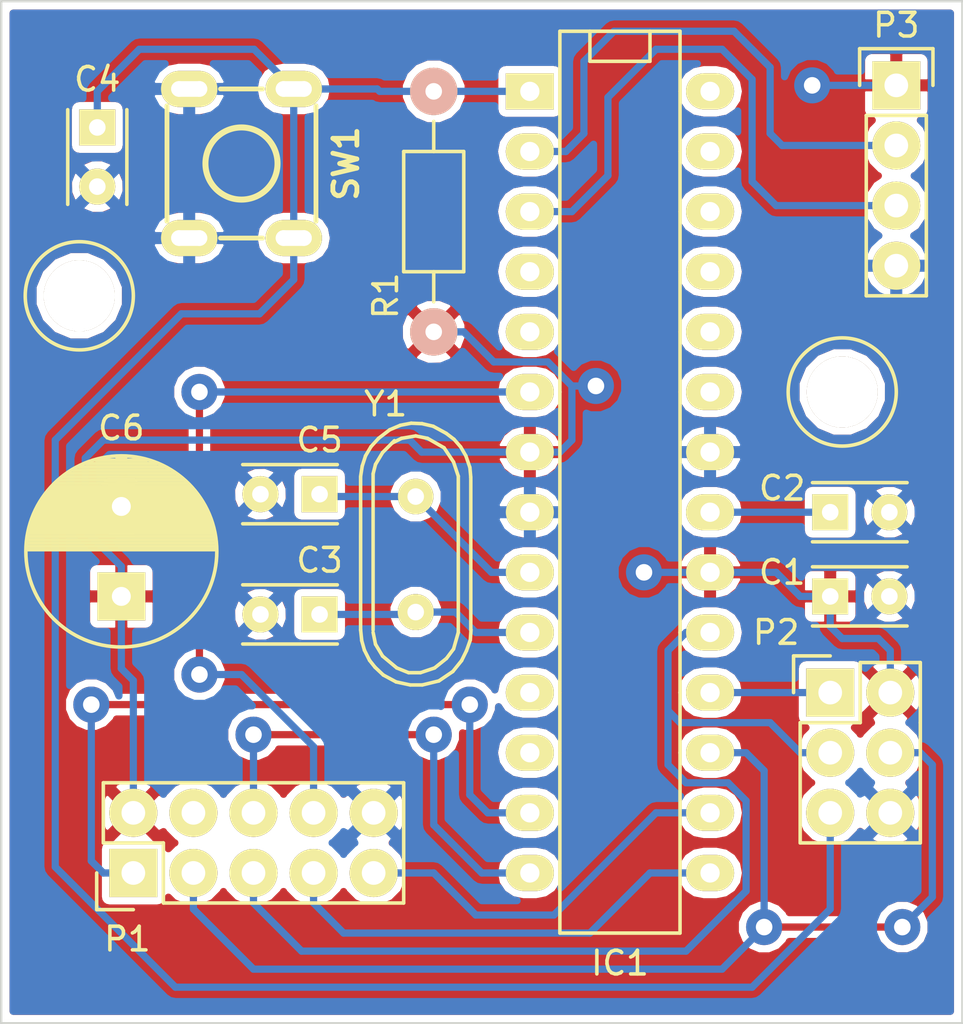
<source format=kicad_pcb>
(kicad_pcb (version 4) (host pcbnew 0.201504141001+5596~22~ubuntu14.04.1-product)

  (general
    (links 49)
    (no_connects 0)
    (area 88.08601 83.058 135.821134 126.492001)
    (thickness 1.6)
    (drawings 4)
    (tracks 151)
    (zones 0)
    (modules 15)
    (nets 17)
  )

  (page A4)
  (layers
    (0 F.Cu signal)
    (31 B.Cu signal)
    (32 B.Adhes user)
    (33 F.Adhes user)
    (34 B.Paste user)
    (35 F.Paste user)
    (36 B.SilkS user)
    (37 F.SilkS user)
    (38 B.Mask user)
    (39 F.Mask user)
    (40 Dwgs.User user)
    (41 Cmts.User user)
    (42 Eco1.User user)
    (43 Eco2.User user)
    (44 Edge.Cuts user)
    (45 Margin user)
    (46 B.CrtYd user)
    (47 F.CrtYd user)
    (48 B.Fab user)
    (49 F.Fab user)
  )

  (setup
    (last_trace_width 0.3048)
    (trace_clearance 0.3048)
    (zone_clearance 0.3048)
    (zone_45_only no)
    (trace_min 0.3048)
    (segment_width 0.2)
    (edge_width 0.1)
    (via_size 1.524)
    (via_drill 0.7)
    (via_min_size 0.7)
    (via_min_drill 0.3)
    (uvia_size 0.3)
    (uvia_drill 0.1)
    (uvias_allowed no)
    (uvia_min_size 0)
    (uvia_min_drill 0)
    (pcb_text_width 0.3)
    (pcb_text_size 1.5 1.5)
    (mod_edge_width 0.15)
    (mod_text_size 1 1)
    (mod_text_width 0.15)
    (pad_size 3 3)
    (pad_drill 3)
    (pad_to_mask_clearance 0)
    (aux_axis_origin 0 0)
    (visible_elements FFFFFF7F)
    (pcbplotparams
      (layerselection 0x00030_80000001)
      (usegerberextensions false)
      (excludeedgelayer true)
      (linewidth 0.304800)
      (plotframeref false)
      (viasonmask false)
      (mode 1)
      (useauxorigin false)
      (hpglpennumber 1)
      (hpglpenspeed 20)
      (hpglpendiameter 15)
      (hpglpenoverlay 2)
      (psnegative false)
      (psa4output false)
      (plotreference true)
      (plotvalue true)
      (plotinvisibletext false)
      (padsonsilk false)
      (subtractmaskfromsilk false)
      (outputformat 1)
      (mirror false)
      (drillshape 1)
      (scaleselection 1)
      (outputdirectory ""))
  )

  (net 0 "")
  (net 1 +5V)
  (net 2 GND)
  (net 3 "Net-(C2-Pad1)")
  (net 4 "Net-(C3-Pad1)")
  (net 5 /RST)
  (net 6 "Net-(C5-Pad1)")
  (net 7 /EYE-RX)
  (net 8 /EYE-TX)
  (net 9 /DCPRG)
  (net 10 /VPRG)
  (net 11 /GSCLK)
  (net 12 /XLAT)
  (net 13 /BLANK)
  (net 14 /MOSI)
  (net 15 /MISO)
  (net 16 /SCK)

  (net_class Default "This is the default net class."
    (clearance 0.3048)
    (trace_width 0.3048)
    (via_dia 1.524)
    (via_drill 0.7)
    (uvia_dia 0.3)
    (uvia_drill 0.1)
    (add_net +5V)
    (add_net /BLANK)
    (add_net /DCPRG)
    (add_net /EYE-RX)
    (add_net /EYE-TX)
    (add_net /GSCLK)
    (add_net /MISO)
    (add_net /MOSI)
    (add_net /RST)
    (add_net /SCK)
    (add_net /VPRG)
    (add_net /XLAT)
    (add_net GND)
    (add_net "Net-(C2-Pad1)")
    (add_net "Net-(C3-Pad1)")
    (add_net "Net-(C5-Pad1)")
  )

  (module Connect:1pin (layer F.Cu) (tedit 5532FEDC) (tstamp 553304DC)
    (at 92.964 96.012)
    (descr "module 1 pin (ou trou mecanique de percage)")
    (tags DEV)
    (fp_text reference REF** (at 0 -3.048) (layer F.SilkS) hide
      (effects (font (size 1 1) (thickness 0.15)))
    )
    (fp_text value 1pin (at 0 2.794) (layer F.Fab) hide
      (effects (font (size 1 1) (thickness 0.15)))
    )
    (fp_circle (center 0 0) (end 0 -2.286) (layer F.SilkS) (width 0.15))
    (pad 1 thru_hole circle (at 0 0) (size 3 3) (drill 3) (layers *.Cu *.Mask F.SilkS))
  )

  (module Capacitors_ThroughHole:C_Rect_L4_W2.5_P2.5 (layer F.Cu) (tedit 5532FDC0) (tstamp 5532F5D4)
    (at 124.714 108.712)
    (descr "Film Capacitor Length 4mm x Width 2.5mm, Pitch 2.5mm")
    (tags Capacitor)
    (path /5532F5CE)
    (fp_text reference C1 (at -2.032 -1.016) (layer F.SilkS)
      (effects (font (size 1 1) (thickness 0.15)))
    )
    (fp_text value 100n (at 1.25 2.5) (layer F.Fab) hide
      (effects (font (size 1 1) (thickness 0.15)))
    )
    (fp_line (start -1 -1.5) (end 3.5 -1.5) (layer F.CrtYd) (width 0.05))
    (fp_line (start 3.5 -1.5) (end 3.5 1.5) (layer F.CrtYd) (width 0.05))
    (fp_line (start 3.5 1.5) (end -1 1.5) (layer F.CrtYd) (width 0.05))
    (fp_line (start -1 1.5) (end -1 -1.5) (layer F.CrtYd) (width 0.05))
    (fp_line (start -0.75 -1.25) (end 3.25 -1.25) (layer F.SilkS) (width 0.15))
    (fp_line (start -0.75 1.25) (end 3.25 1.25) (layer F.SilkS) (width 0.15))
    (pad 1 thru_hole rect (at 0 0) (size 1.524 1.524) (drill 0.7) (layers *.Cu *.Mask F.SilkS)
      (net 1 +5V))
    (pad 2 thru_hole circle (at 2.5 0) (size 1.524 1.524) (drill 0.7) (layers *.Cu *.Mask F.SilkS)
      (net 2 GND))
  )

  (module Capacitors_ThroughHole:C_Rect_L4_W2.5_P2.5 (layer F.Cu) (tedit 5532FDC2) (tstamp 5532F5DA)
    (at 124.714 105.156)
    (descr "Film Capacitor Length 4mm x Width 2.5mm, Pitch 2.5mm")
    (tags Capacitor)
    (path /5532EF87)
    (fp_text reference C2 (at -2.032 -1.016) (layer F.SilkS)
      (effects (font (size 1 1) (thickness 0.15)))
    )
    (fp_text value 100n (at 1.25 2.5) (layer F.Fab) hide
      (effects (font (size 1 1) (thickness 0.15)))
    )
    (fp_line (start -1 -1.5) (end 3.5 -1.5) (layer F.CrtYd) (width 0.05))
    (fp_line (start 3.5 -1.5) (end 3.5 1.5) (layer F.CrtYd) (width 0.05))
    (fp_line (start 3.5 1.5) (end -1 1.5) (layer F.CrtYd) (width 0.05))
    (fp_line (start -1 1.5) (end -1 -1.5) (layer F.CrtYd) (width 0.05))
    (fp_line (start -0.75 -1.25) (end 3.25 -1.25) (layer F.SilkS) (width 0.15))
    (fp_line (start -0.75 1.25) (end 3.25 1.25) (layer F.SilkS) (width 0.15))
    (pad 1 thru_hole rect (at 0 0) (size 1.524 1.524) (drill 0.7) (layers *.Cu *.Mask F.SilkS)
      (net 3 "Net-(C2-Pad1)"))
    (pad 2 thru_hole circle (at 2.5 0) (size 1.524 1.524) (drill 0.7) (layers *.Cu *.Mask F.SilkS)
      (net 2 GND))
  )

  (module Capacitors_ThroughHole:C_Rect_L4_W2.5_P2.5 (layer F.Cu) (tedit 5532FD94) (tstamp 5532F5E0)
    (at 103.124 109.474 180)
    (descr "Film Capacitor Length 4mm x Width 2.5mm, Pitch 2.5mm")
    (tags Capacitor)
    (path /5532FD09)
    (fp_text reference C3 (at 0 2.286 180) (layer F.SilkS)
      (effects (font (size 1 1) (thickness 0.15)))
    )
    (fp_text value 22n (at 1.25 2.5 180) (layer F.Fab) hide
      (effects (font (size 1 1) (thickness 0.15)))
    )
    (fp_line (start -1 -1.5) (end 3.5 -1.5) (layer F.CrtYd) (width 0.05))
    (fp_line (start 3.5 -1.5) (end 3.5 1.5) (layer F.CrtYd) (width 0.05))
    (fp_line (start 3.5 1.5) (end -1 1.5) (layer F.CrtYd) (width 0.05))
    (fp_line (start -1 1.5) (end -1 -1.5) (layer F.CrtYd) (width 0.05))
    (fp_line (start -0.75 -1.25) (end 3.25 -1.25) (layer F.SilkS) (width 0.15))
    (fp_line (start -0.75 1.25) (end 3.25 1.25) (layer F.SilkS) (width 0.15))
    (pad 1 thru_hole rect (at 0 0 180) (size 1.524 1.524) (drill 0.7) (layers *.Cu *.Mask F.SilkS)
      (net 4 "Net-(C3-Pad1)"))
    (pad 2 thru_hole circle (at 2.5 0 180) (size 1.524 1.524) (drill 0.7) (layers *.Cu *.Mask F.SilkS)
      (net 2 GND))
  )

  (module Capacitors_ThroughHole:C_Rect_L4_W2.5_P2.5 (layer F.Cu) (tedit 5532FD78) (tstamp 5532F5E6)
    (at 93.726 88.9 270)
    (descr "Film Capacitor Length 4mm x Width 2.5mm, Pitch 2.5mm")
    (tags Capacitor)
    (path /553303B1)
    (fp_text reference C4 (at -2.032 0 360) (layer F.SilkS)
      (effects (font (size 1 1) (thickness 0.15)))
    )
    (fp_text value 100n (at 1.25 2.5 270) (layer F.Fab) hide
      (effects (font (size 1 1) (thickness 0.15)))
    )
    (fp_line (start -1 -1.5) (end 3.5 -1.5) (layer F.CrtYd) (width 0.05))
    (fp_line (start 3.5 -1.5) (end 3.5 1.5) (layer F.CrtYd) (width 0.05))
    (fp_line (start 3.5 1.5) (end -1 1.5) (layer F.CrtYd) (width 0.05))
    (fp_line (start -1 1.5) (end -1 -1.5) (layer F.CrtYd) (width 0.05))
    (fp_line (start -0.75 -1.25) (end 3.25 -1.25) (layer F.SilkS) (width 0.15))
    (fp_line (start -0.75 1.25) (end 3.25 1.25) (layer F.SilkS) (width 0.15))
    (pad 1 thru_hole rect (at 0 0 270) (size 1.524 1.524) (drill 0.7) (layers *.Cu *.Mask F.SilkS)
      (net 5 /RST))
    (pad 2 thru_hole circle (at 2.5 0 270) (size 1.524 1.524) (drill 0.7) (layers *.Cu *.Mask F.SilkS)
      (net 2 GND))
  )

  (module Capacitors_ThroughHole:C_Rect_L4_W2.5_P2.5 (layer F.Cu) (tedit 5532FD8D) (tstamp 5532F5EC)
    (at 103.124 104.394 180)
    (descr "Film Capacitor Length 4mm x Width 2.5mm, Pitch 2.5mm")
    (tags Capacitor)
    (path /5532FAAE)
    (fp_text reference C5 (at 0 2.286 180) (layer F.SilkS)
      (effects (font (size 1 1) (thickness 0.15)))
    )
    (fp_text value 22n (at 1.25 2.5 180) (layer F.Fab) hide
      (effects (font (size 1 1) (thickness 0.15)))
    )
    (fp_line (start -1 -1.5) (end 3.5 -1.5) (layer F.CrtYd) (width 0.05))
    (fp_line (start 3.5 -1.5) (end 3.5 1.5) (layer F.CrtYd) (width 0.05))
    (fp_line (start 3.5 1.5) (end -1 1.5) (layer F.CrtYd) (width 0.05))
    (fp_line (start -1 1.5) (end -1 -1.5) (layer F.CrtYd) (width 0.05))
    (fp_line (start -0.75 -1.25) (end 3.25 -1.25) (layer F.SilkS) (width 0.15))
    (fp_line (start -0.75 1.25) (end 3.25 1.25) (layer F.SilkS) (width 0.15))
    (pad 1 thru_hole rect (at 0 0 180) (size 1.524 1.524) (drill 0.7) (layers *.Cu *.Mask F.SilkS)
      (net 6 "Net-(C5-Pad1)"))
    (pad 2 thru_hole circle (at 2.5 0 180) (size 1.524 1.524) (drill 0.7) (layers *.Cu *.Mask F.SilkS)
      (net 2 GND))
  )

  (module Capacitors_ThroughHole:C_Radial_D8_L13_P3.8 (layer F.Cu) (tedit 5532FD98) (tstamp 5532F5F2)
    (at 94.742 108.712 90)
    (descr "Radial Electrolytic Capacitor Diameter 8mm x Length 13mm, Pitch 3.8mm")
    (tags "Electrolytic Capacitor")
    (path /55331438)
    (fp_text reference C6 (at 7.112 0 180) (layer F.SilkS)
      (effects (font (size 1 1) (thickness 0.15)))
    )
    (fp_text value 33m (at 1.9 5.3 90) (layer F.Fab) hide
      (effects (font (size 1 1) (thickness 0.15)))
    )
    (fp_line (start 1.975 -3.999) (end 1.975 3.999) (layer F.SilkS) (width 0.15))
    (fp_line (start 2.115 -3.994) (end 2.115 3.994) (layer F.SilkS) (width 0.15))
    (fp_line (start 2.255 -3.984) (end 2.255 3.984) (layer F.SilkS) (width 0.15))
    (fp_line (start 2.395 -3.969) (end 2.395 3.969) (layer F.SilkS) (width 0.15))
    (fp_line (start 2.535 -3.949) (end 2.535 3.949) (layer F.SilkS) (width 0.15))
    (fp_line (start 2.675 -3.924) (end 2.675 3.924) (layer F.SilkS) (width 0.15))
    (fp_line (start 2.815 -3.894) (end 2.815 -0.173) (layer F.SilkS) (width 0.15))
    (fp_line (start 2.815 0.173) (end 2.815 3.894) (layer F.SilkS) (width 0.15))
    (fp_line (start 2.955 -3.858) (end 2.955 -0.535) (layer F.SilkS) (width 0.15))
    (fp_line (start 2.955 0.535) (end 2.955 3.858) (layer F.SilkS) (width 0.15))
    (fp_line (start 3.095 -3.817) (end 3.095 -0.709) (layer F.SilkS) (width 0.15))
    (fp_line (start 3.095 0.709) (end 3.095 3.817) (layer F.SilkS) (width 0.15))
    (fp_line (start 3.235 -3.771) (end 3.235 -0.825) (layer F.SilkS) (width 0.15))
    (fp_line (start 3.235 0.825) (end 3.235 3.771) (layer F.SilkS) (width 0.15))
    (fp_line (start 3.375 -3.718) (end 3.375 -0.905) (layer F.SilkS) (width 0.15))
    (fp_line (start 3.375 0.905) (end 3.375 3.718) (layer F.SilkS) (width 0.15))
    (fp_line (start 3.515 -3.659) (end 3.515 -0.959) (layer F.SilkS) (width 0.15))
    (fp_line (start 3.515 0.959) (end 3.515 3.659) (layer F.SilkS) (width 0.15))
    (fp_line (start 3.655 -3.594) (end 3.655 -0.989) (layer F.SilkS) (width 0.15))
    (fp_line (start 3.655 0.989) (end 3.655 3.594) (layer F.SilkS) (width 0.15))
    (fp_line (start 3.795 -3.523) (end 3.795 -1) (layer F.SilkS) (width 0.15))
    (fp_line (start 3.795 1) (end 3.795 3.523) (layer F.SilkS) (width 0.15))
    (fp_line (start 3.935 -3.444) (end 3.935 -0.991) (layer F.SilkS) (width 0.15))
    (fp_line (start 3.935 0.991) (end 3.935 3.444) (layer F.SilkS) (width 0.15))
    (fp_line (start 4.075 -3.357) (end 4.075 -0.961) (layer F.SilkS) (width 0.15))
    (fp_line (start 4.075 0.961) (end 4.075 3.357) (layer F.SilkS) (width 0.15))
    (fp_line (start 4.215 -3.262) (end 4.215 -0.91) (layer F.SilkS) (width 0.15))
    (fp_line (start 4.215 0.91) (end 4.215 3.262) (layer F.SilkS) (width 0.15))
    (fp_line (start 4.355 -3.158) (end 4.355 -0.832) (layer F.SilkS) (width 0.15))
    (fp_line (start 4.355 0.832) (end 4.355 3.158) (layer F.SilkS) (width 0.15))
    (fp_line (start 4.495 -3.044) (end 4.495 -0.719) (layer F.SilkS) (width 0.15))
    (fp_line (start 4.495 0.719) (end 4.495 3.044) (layer F.SilkS) (width 0.15))
    (fp_line (start 4.635 -2.919) (end 4.635 -0.55) (layer F.SilkS) (width 0.15))
    (fp_line (start 4.635 0.55) (end 4.635 2.919) (layer F.SilkS) (width 0.15))
    (fp_line (start 4.775 -2.781) (end 4.775 -0.222) (layer F.SilkS) (width 0.15))
    (fp_line (start 4.775 0.222) (end 4.775 2.781) (layer F.SilkS) (width 0.15))
    (fp_line (start 4.915 -2.629) (end 4.915 2.629) (layer F.SilkS) (width 0.15))
    (fp_line (start 5.055 -2.459) (end 5.055 2.459) (layer F.SilkS) (width 0.15))
    (fp_line (start 5.195 -2.268) (end 5.195 2.268) (layer F.SilkS) (width 0.15))
    (fp_line (start 5.335 -2.05) (end 5.335 2.05) (layer F.SilkS) (width 0.15))
    (fp_line (start 5.475 -1.794) (end 5.475 1.794) (layer F.SilkS) (width 0.15))
    (fp_line (start 5.615 -1.483) (end 5.615 1.483) (layer F.SilkS) (width 0.15))
    (fp_line (start 5.755 -1.067) (end 5.755 1.067) (layer F.SilkS) (width 0.15))
    (fp_line (start 5.895 -0.2) (end 5.895 0.2) (layer F.SilkS) (width 0.15))
    (fp_circle (center 3.8 0) (end 3.8 -1) (layer F.SilkS) (width 0.15))
    (fp_circle (center 1.9 0) (end 1.9 -4.0375) (layer F.SilkS) (width 0.15))
    (fp_circle (center 1.9 0) (end 1.9 -4.3) (layer F.CrtYd) (width 0.05))
    (pad 1 thru_hole rect (at 0 0 90) (size 2.032 2.032) (drill 0.8) (layers *.Cu *.Mask F.SilkS)
      (net 1 +5V))
    (pad 2 thru_hole circle (at 3.8 0 90) (size 2.032 2.032) (drill 0.8) (layers *.Cu *.Mask F.SilkS)
      (net 2 GND))
    (model Capacitors_ThroughHole.3dshapes/C_Radial_D8_L13_P3.8.wrl
      (at (xyz 0.0748031 0 0))
      (scale (xyz 1 1 1))
      (rotate (xyz 0 0 90))
    )
  )

  (module Sockets_DIP:DIP-28__300 (layer F.Cu) (tedit 5532FDCD) (tstamp 5532F612)
    (at 115.824 103.886 270)
    (descr "28 pins DIL package, round pads, width 300mil")
    (tags DIL)
    (path /52D08BC6)
    (fp_text reference IC1 (at 20.32 0 360) (layer F.SilkS)
      (effects (font (size 1 1) (thickness 0.15)))
    )
    (fp_text value ATMEGA88-P (at 10.16 0 270) (layer F.Fab) hide
      (effects (font (size 1 1) (thickness 0.15)))
    )
    (fp_line (start -19.05 -2.54) (end 19.05 -2.54) (layer F.SilkS) (width 0.15))
    (fp_line (start 19.05 -2.54) (end 19.05 2.54) (layer F.SilkS) (width 0.15))
    (fp_line (start 19.05 2.54) (end -19.05 2.54) (layer F.SilkS) (width 0.15))
    (fp_line (start -19.05 2.54) (end -19.05 -2.54) (layer F.SilkS) (width 0.15))
    (fp_line (start -19.05 -1.27) (end -17.78 -1.27) (layer F.SilkS) (width 0.15))
    (fp_line (start -17.78 -1.27) (end -17.78 1.27) (layer F.SilkS) (width 0.15))
    (fp_line (start -17.78 1.27) (end -19.05 1.27) (layer F.SilkS) (width 0.15))
    (pad 2 thru_hole oval (at -13.97 3.81 270) (size 1.524 2.032) (drill 0.8128) (layers *.Cu *.Mask F.SilkS)
      (net 7 /EYE-RX))
    (pad 3 thru_hole oval (at -11.43 3.81 270) (size 1.524 2.032) (drill 0.8128) (layers *.Cu *.Mask F.SilkS)
      (net 8 /EYE-TX))
    (pad 4 thru_hole oval (at -8.89 3.81 270) (size 1.524 2.032) (drill 0.8128) (layers *.Cu *.Mask F.SilkS))
    (pad 5 thru_hole oval (at -6.35 3.81 270) (size 1.524 2.032) (drill 0.8128) (layers *.Cu *.Mask F.SilkS))
    (pad 6 thru_hole oval (at -3.81 3.81 270) (size 1.524 2.032) (drill 0.8128) (layers *.Cu *.Mask F.SilkS)
      (net 9 /DCPRG))
    (pad 7 thru_hole oval (at -1.27 3.81 270) (size 1.524 2.032) (drill 0.8128) (layers *.Cu *.Mask F.SilkS)
      (net 1 +5V))
    (pad 8 thru_hole oval (at 1.27 3.81 270) (size 1.524 2.032) (drill 0.8128) (layers *.Cu *.Mask F.SilkS)
      (net 2 GND))
    (pad 9 thru_hole oval (at 3.81 3.81 270) (size 1.524 2.032) (drill 0.8128) (layers *.Cu *.Mask F.SilkS)
      (net 6 "Net-(C5-Pad1)"))
    (pad 10 thru_hole oval (at 6.35 3.81 270) (size 1.524 2.032) (drill 0.8128) (layers *.Cu *.Mask F.SilkS)
      (net 4 "Net-(C3-Pad1)"))
    (pad 11 thru_hole oval (at 8.89 3.81 270) (size 1.524 2.032) (drill 0.8128) (layers *.Cu *.Mask F.SilkS))
    (pad 12 thru_hole oval (at 11.43 3.81 270) (size 1.524 2.032) (drill 0.8128) (layers *.Cu *.Mask F.SilkS))
    (pad 13 thru_hole oval (at 13.97 3.81 270) (size 1.524 2.032) (drill 0.8128) (layers *.Cu *.Mask F.SilkS)
      (net 10 /VPRG))
    (pad 14 thru_hole oval (at 16.51 3.81 270) (size 1.524 2.032) (drill 0.8128) (layers *.Cu *.Mask F.SilkS)
      (net 11 /GSCLK))
    (pad 1 thru_hole rect (at -16.51 3.81 270) (size 1.524 2.032) (drill 0.8128) (layers *.Cu *.Mask F.SilkS)
      (net 5 /RST))
    (pad 15 thru_hole oval (at 16.51 -3.81 270) (size 1.524 2.032) (drill 0.8128) (layers *.Cu *.Mask F.SilkS)
      (net 12 /XLAT))
    (pad 16 thru_hole oval (at 13.97 -3.81 270) (size 1.524 2.032) (drill 0.8128) (layers *.Cu *.Mask F.SilkS)
      (net 13 /BLANK))
    (pad 17 thru_hole oval (at 11.43 -3.81 270) (size 1.524 2.032) (drill 0.8128) (layers *.Cu *.Mask F.SilkS)
      (net 14 /MOSI))
    (pad 18 thru_hole oval (at 8.89 -3.81 270) (size 1.524 2.032) (drill 0.8128) (layers *.Cu *.Mask F.SilkS)
      (net 15 /MISO))
    (pad 19 thru_hole oval (at 6.35 -3.81 270) (size 1.524 2.032) (drill 0.8128) (layers *.Cu *.Mask F.SilkS)
      (net 16 /SCK))
    (pad 20 thru_hole oval (at 3.81 -3.81 270) (size 1.524 2.032) (drill 0.8128) (layers *.Cu *.Mask F.SilkS)
      (net 1 +5V))
    (pad 21 thru_hole oval (at 1.27 -3.81 270) (size 1.524 2.032) (drill 0.8128) (layers *.Cu *.Mask F.SilkS)
      (net 3 "Net-(C2-Pad1)"))
    (pad 22 thru_hole oval (at -1.27 -3.81 270) (size 1.524 2.032) (drill 0.8128) (layers *.Cu *.Mask F.SilkS)
      (net 2 GND))
    (pad 23 thru_hole oval (at -3.81 -3.81 270) (size 1.524 2.032) (drill 0.8128) (layers *.Cu *.Mask F.SilkS))
    (pad 24 thru_hole oval (at -6.35 -3.81 270) (size 1.524 2.032) (drill 0.8128) (layers *.Cu *.Mask F.SilkS))
    (pad 25 thru_hole oval (at -8.89 -3.81 270) (size 1.524 2.032) (drill 0.8128) (layers *.Cu *.Mask F.SilkS))
    (pad 26 thru_hole oval (at -11.43 -3.81 270) (size 1.524 2.032) (drill 0.8128) (layers *.Cu *.Mask F.SilkS))
    (pad 27 thru_hole oval (at -13.97 -3.81 270) (size 1.524 2.032) (drill 0.8128) (layers *.Cu *.Mask F.SilkS))
    (pad 28 thru_hole oval (at -16.51 -3.81 270) (size 1.524 2.032) (drill 0.8128) (layers *.Cu *.Mask F.SilkS))
    (model Sockets_DIP.3dshapes/DIP-28__300.wrl
      (at (xyz 0 0 0))
      (scale (xyz 1 1 1))
      (rotate (xyz 0 0 0))
    )
  )

  (module Pin_Headers:Pin_Header_Straight_2x05 (layer F.Cu) (tedit 5532FDA5) (tstamp 5532F620)
    (at 95.25 120.396 90)
    (descr "Through hole pin header")
    (tags "pin header")
    (path /54D55E7F)
    (fp_text reference P1 (at -2.794 -0.254 180) (layer F.SilkS)
      (effects (font (size 1 1) (thickness 0.15)))
    )
    (fp_text value EYES (at 0 -3.1 90) (layer F.Fab) hide
      (effects (font (size 1 1) (thickness 0.15)))
    )
    (fp_line (start -1.75 -1.75) (end -1.75 11.95) (layer F.CrtYd) (width 0.05))
    (fp_line (start 4.3 -1.75) (end 4.3 11.95) (layer F.CrtYd) (width 0.05))
    (fp_line (start -1.75 -1.75) (end 4.3 -1.75) (layer F.CrtYd) (width 0.05))
    (fp_line (start -1.75 11.95) (end 4.3 11.95) (layer F.CrtYd) (width 0.05))
    (fp_line (start 3.81 -1.27) (end 3.81 11.43) (layer F.SilkS) (width 0.15))
    (fp_line (start 3.81 11.43) (end -1.27 11.43) (layer F.SilkS) (width 0.15))
    (fp_line (start -1.27 11.43) (end -1.27 1.27) (layer F.SilkS) (width 0.15))
    (fp_line (start 3.81 -1.27) (end 1.27 -1.27) (layer F.SilkS) (width 0.15))
    (fp_line (start 0 -1.55) (end -1.55 -1.55) (layer F.SilkS) (width 0.15))
    (fp_line (start 1.27 -1.27) (end 1.27 1.27) (layer F.SilkS) (width 0.15))
    (fp_line (start 1.27 1.27) (end -1.27 1.27) (layer F.SilkS) (width 0.15))
    (fp_line (start -1.55 -1.55) (end -1.55 0) (layer F.SilkS) (width 0.15))
    (pad 1 thru_hole rect (at 0 0 90) (size 2.032 2.032) (drill 1) (layers *.Cu *.Mask F.SilkS)
      (net 10 /VPRG))
    (pad 2 thru_hole circle (at 2.54 0 90) (size 2.032 2.032) (drill 1) (layers *.Cu *.Mask F.SilkS)
      (net 1 +5V))
    (pad 3 thru_hole circle (at 0 2.54 90) (size 2.032 2.032) (drill 1) (layers *.Cu *.Mask F.SilkS)
      (net 14 /MOSI))
    (pad 4 thru_hole circle (at 2.54 2.54 90) (size 2.032 2.032) (drill 1) (layers *.Cu *.Mask F.SilkS))
    (pad 5 thru_hole circle (at 0 5.08 90) (size 2.032 2.032) (drill 1) (layers *.Cu *.Mask F.SilkS)
      (net 16 /SCK))
    (pad 6 thru_hole circle (at 2.54 5.08 90) (size 2.032 2.032) (drill 1) (layers *.Cu *.Mask F.SilkS)
      (net 11 /GSCLK))
    (pad 7 thru_hole circle (at 0 7.62 90) (size 2.032 2.032) (drill 1) (layers *.Cu *.Mask F.SilkS)
      (net 12 /XLAT))
    (pad 8 thru_hole circle (at 2.54 7.62 90) (size 2.032 2.032) (drill 1) (layers *.Cu *.Mask F.SilkS)
      (net 9 /DCPRG))
    (pad 9 thru_hole circle (at 0 10.16 90) (size 2.032 2.032) (drill 1) (layers *.Cu *.Mask F.SilkS)
      (net 13 /BLANK))
    (pad 10 thru_hole circle (at 2.54 10.16 90) (size 2.032 2.032) (drill 1) (layers *.Cu *.Mask F.SilkS)
      (net 2 GND))
    (model Pin_Headers.3dshapes/Pin_Header_Straight_2x05.wrl
      (at (xyz 0.05 -0.2 0))
      (scale (xyz 1 1 1))
      (rotate (xyz 0 0 90))
    )
  )

  (module Pin_Headers:Pin_Header_Straight_2x03 (layer F.Cu) (tedit 5532FDBD) (tstamp 5532F62A)
    (at 124.714 112.776)
    (descr "Through hole pin header")
    (tags "pin header")
    (path /54D55BCC)
    (fp_text reference P2 (at -2.286 -2.54) (layer F.SilkS)
      (effects (font (size 1 1) (thickness 0.15)))
    )
    (fp_text value PROG_MICRO (at 0 -3.1) (layer F.Fab) hide
      (effects (font (size 1 1) (thickness 0.15)))
    )
    (fp_line (start -1.27 1.27) (end -1.27 6.35) (layer F.SilkS) (width 0.15))
    (fp_line (start -1.55 -1.55) (end 0 -1.55) (layer F.SilkS) (width 0.15))
    (fp_line (start -1.75 -1.75) (end -1.75 6.85) (layer F.CrtYd) (width 0.05))
    (fp_line (start 4.3 -1.75) (end 4.3 6.85) (layer F.CrtYd) (width 0.05))
    (fp_line (start -1.75 -1.75) (end 4.3 -1.75) (layer F.CrtYd) (width 0.05))
    (fp_line (start -1.75 6.85) (end 4.3 6.85) (layer F.CrtYd) (width 0.05))
    (fp_line (start 1.27 -1.27) (end 1.27 1.27) (layer F.SilkS) (width 0.15))
    (fp_line (start 1.27 1.27) (end -1.27 1.27) (layer F.SilkS) (width 0.15))
    (fp_line (start -1.27 6.35) (end 3.81 6.35) (layer F.SilkS) (width 0.15))
    (fp_line (start 3.81 6.35) (end 3.81 1.27) (layer F.SilkS) (width 0.15))
    (fp_line (start -1.55 -1.55) (end -1.55 0) (layer F.SilkS) (width 0.15))
    (fp_line (start 3.81 -1.27) (end 1.27 -1.27) (layer F.SilkS) (width 0.15))
    (fp_line (start 3.81 1.27) (end 3.81 -1.27) (layer F.SilkS) (width 0.15))
    (pad 1 thru_hole rect (at 0 0) (size 2.032 2.032) (drill 1) (layers *.Cu *.Mask F.SilkS)
      (net 15 /MISO))
    (pad 2 thru_hole circle (at 2.54 0) (size 2.032 2.032) (drill 1) (layers *.Cu *.Mask F.SilkS)
      (net 1 +5V))
    (pad 3 thru_hole circle (at 0 2.54) (size 2.032 2.032) (drill 1) (layers *.Cu *.Mask F.SilkS)
      (net 16 /SCK))
    (pad 4 thru_hole circle (at 2.54 2.54) (size 2.032 2.032) (drill 1) (layers *.Cu *.Mask F.SilkS)
      (net 14 /MOSI))
    (pad 5 thru_hole circle (at 0 5.08) (size 2.032 2.032) (drill 1) (layers *.Cu *.Mask F.SilkS)
      (net 5 /RST))
    (pad 6 thru_hole circle (at 2.54 5.08) (size 2.032 2.032) (drill 1) (layers *.Cu *.Mask F.SilkS)
      (net 2 GND))
    (model Pin_Headers.3dshapes/Pin_Header_Straight_2x03.wrl
      (at (xyz 0.05 -0.1 0))
      (scale (xyz 1 1 1))
      (rotate (xyz 0 0 90))
    )
  )

  (module Socket_Strips:Socket_Strip_Straight_1x04 (layer F.Cu) (tedit 5532FD66) (tstamp 5532F632)
    (at 127.508 87.122 270)
    (descr "Through hole socket strip")
    (tags "socket strip")
    (path /553310D8)
    (fp_text reference P3 (at -2.54 0 360) (layer F.SilkS)
      (effects (font (size 1 1) (thickness 0.15)))
    )
    (fp_text value CONN_01X04 (at 0 -3.1 270) (layer F.Fab) hide
      (effects (font (size 1 1) (thickness 0.15)))
    )
    (fp_line (start -1.75 -1.75) (end -1.75 1.75) (layer F.CrtYd) (width 0.05))
    (fp_line (start 9.4 -1.75) (end 9.4 1.75) (layer F.CrtYd) (width 0.05))
    (fp_line (start -1.75 -1.75) (end 9.4 -1.75) (layer F.CrtYd) (width 0.05))
    (fp_line (start -1.75 1.75) (end 9.4 1.75) (layer F.CrtYd) (width 0.05))
    (fp_line (start 1.27 -1.27) (end 8.89 -1.27) (layer F.SilkS) (width 0.15))
    (fp_line (start 1.27 1.27) (end 8.89 1.27) (layer F.SilkS) (width 0.15))
    (fp_line (start -1.55 1.55) (end 0 1.55) (layer F.SilkS) (width 0.15))
    (fp_line (start 8.89 -1.27) (end 8.89 1.27) (layer F.SilkS) (width 0.15))
    (fp_line (start 1.27 1.27) (end 1.27 -1.27) (layer F.SilkS) (width 0.15))
    (fp_line (start 0 -1.55) (end -1.55 -1.55) (layer F.SilkS) (width 0.15))
    (fp_line (start -1.55 -1.55) (end -1.55 1.55) (layer F.SilkS) (width 0.15))
    (pad 1 thru_hole rect (at 0 0 270) (size 2.032 2.032) (drill 1) (layers *.Cu *.Mask F.SilkS)
      (net 1 +5V))
    (pad 2 thru_hole circle (at 2.54 0 270) (size 2.032 2.032) (drill 1) (layers *.Cu *.Mask F.SilkS)
      (net 7 /EYE-RX))
    (pad 3 thru_hole oval (at 5.08 0 270) (size 2.032 2.032) (drill 1) (layers *.Cu *.Mask F.SilkS)
      (net 8 /EYE-TX))
    (pad 4 thru_hole oval (at 7.62 0 270) (size 2.032 2.032) (drill 1) (layers *.Cu *.Mask F.SilkS)
      (net 2 GND))
    (model Socket_Strips.3dshapes/Socket_Strip_Straight_1x04.wrl
      (at (xyz 0.15 0 0))
      (scale (xyz 1 1 1))
      (rotate (xyz 0 0 180))
    )
  )

  (module Resistors_ThroughHole:Resistor_Horizontal_RM10mm (layer F.Cu) (tedit 5532FD6C) (tstamp 5532F638)
    (at 107.95 92.456 90)
    (descr "Resistor, Axial,  RM 10mm, 1/3W,")
    (tags "Resistor, Axial, RM 10mm, 1/3W,")
    (path /5520E784)
    (fp_text reference R1 (at -3.556 -2.032 90) (layer F.SilkS)
      (effects (font (size 1 1) (thickness 0.15)))
    )
    (fp_text value 10k (at 3.81 3.81 90) (layer F.Fab)
      (effects (font (size 1 1) (thickness 0.15)))
    )
    (fp_line (start -2.54 -1.27) (end 2.54 -1.27) (layer F.SilkS) (width 0.15))
    (fp_line (start 2.54 -1.27) (end 2.54 1.27) (layer F.SilkS) (width 0.15))
    (fp_line (start 2.54 1.27) (end -2.54 1.27) (layer F.SilkS) (width 0.15))
    (fp_line (start -2.54 1.27) (end -2.54 -1.27) (layer F.SilkS) (width 0.15))
    (fp_line (start -2.54 0) (end -3.81 0) (layer F.SilkS) (width 0.15))
    (fp_line (start 2.54 0) (end 3.81 0) (layer F.SilkS) (width 0.15))
    (pad 1 thru_hole circle (at -5.08 0 90) (size 1.99898 1.99898) (drill 0.7) (layers *.Cu *.SilkS *.Mask)
      (net 1 +5V))
    (pad 2 thru_hole circle (at 5.08 0 90) (size 1.99898 1.99898) (drill 0.7) (layers *.Cu *.SilkS *.Mask)
      (net 5 /RST))
    (model Resistors_ThroughHole.3dshapes/Resistor_Horizontal_RM10mm.wrl
      (at (xyz 0 0 0))
      (scale (xyz 0.4 0.4 0.4))
      (rotate (xyz 0 0 0))
    )
  )

  (module Crystals:Crystal_HC49-U_Vertical (layer F.Cu) (tedit 5532FD91) (tstamp 5532F63E)
    (at 107.188 106.934 90)
    (descr "Crystal, Quarz, HC49/U, vertical, stehend,")
    (tags "Crystal, Quarz, HC49/U, vertical, stehend,")
    (path /5532FF18)
    (fp_text reference Y1 (at 6.35 -1.27 180) (layer F.SilkS)
      (effects (font (size 1 1) (thickness 0.15)))
    )
    (fp_text value "18.432 MHz" (at 0 3.81 90) (layer F.Fab) hide
      (effects (font (size 1 1) (thickness 0.15)))
    )
    (fp_line (start 4.699 -1.00076) (end 4.89966 -0.59944) (layer F.SilkS) (width 0.15))
    (fp_line (start 4.89966 -0.59944) (end 5.00126 0) (layer F.SilkS) (width 0.15))
    (fp_line (start 5.00126 0) (end 4.89966 0.50038) (layer F.SilkS) (width 0.15))
    (fp_line (start 4.89966 0.50038) (end 4.50088 1.19888) (layer F.SilkS) (width 0.15))
    (fp_line (start 4.50088 1.19888) (end 3.8989 1.6002) (layer F.SilkS) (width 0.15))
    (fp_line (start 3.8989 1.6002) (end 3.29946 1.80086) (layer F.SilkS) (width 0.15))
    (fp_line (start 3.29946 1.80086) (end -3.29946 1.80086) (layer F.SilkS) (width 0.15))
    (fp_line (start -3.29946 1.80086) (end -4.0005 1.6002) (layer F.SilkS) (width 0.15))
    (fp_line (start -4.0005 1.6002) (end -4.39928 1.30048) (layer F.SilkS) (width 0.15))
    (fp_line (start -4.39928 1.30048) (end -4.8006 0.8001) (layer F.SilkS) (width 0.15))
    (fp_line (start -4.8006 0.8001) (end -5.00126 0.20066) (layer F.SilkS) (width 0.15))
    (fp_line (start -5.00126 0.20066) (end -5.00126 -0.29972) (layer F.SilkS) (width 0.15))
    (fp_line (start -5.00126 -0.29972) (end -4.8006 -0.8001) (layer F.SilkS) (width 0.15))
    (fp_line (start -4.8006 -0.8001) (end -4.30022 -1.39954) (layer F.SilkS) (width 0.15))
    (fp_line (start -4.30022 -1.39954) (end -3.79984 -1.69926) (layer F.SilkS) (width 0.15))
    (fp_line (start -3.79984 -1.69926) (end -3.29946 -1.80086) (layer F.SilkS) (width 0.15))
    (fp_line (start -3.2004 -1.80086) (end 3.40106 -1.80086) (layer F.SilkS) (width 0.15))
    (fp_line (start 3.40106 -1.80086) (end 3.79984 -1.69926) (layer F.SilkS) (width 0.15))
    (fp_line (start 3.79984 -1.69926) (end 4.30022 -1.39954) (layer F.SilkS) (width 0.15))
    (fp_line (start 4.30022 -1.39954) (end 4.8006 -0.89916) (layer F.SilkS) (width 0.15))
    (fp_line (start -3.19024 -2.32918) (end -3.64998 -2.28092) (layer F.SilkS) (width 0.15))
    (fp_line (start -3.64998 -2.28092) (end -4.04876 -2.16916) (layer F.SilkS) (width 0.15))
    (fp_line (start -4.04876 -2.16916) (end -4.48056 -1.95072) (layer F.SilkS) (width 0.15))
    (fp_line (start -4.48056 -1.95072) (end -4.77012 -1.71958) (layer F.SilkS) (width 0.15))
    (fp_line (start -4.77012 -1.71958) (end -5.10032 -1.36906) (layer F.SilkS) (width 0.15))
    (fp_line (start -5.10032 -1.36906) (end -5.38988 -0.83058) (layer F.SilkS) (width 0.15))
    (fp_line (start -5.38988 -0.83058) (end -5.51942 -0.23114) (layer F.SilkS) (width 0.15))
    (fp_line (start -5.51942 -0.23114) (end -5.51942 0.2794) (layer F.SilkS) (width 0.15))
    (fp_line (start -5.51942 0.2794) (end -5.34924 0.98044) (layer F.SilkS) (width 0.15))
    (fp_line (start -5.34924 0.98044) (end -4.95046 1.56972) (layer F.SilkS) (width 0.15))
    (fp_line (start -4.95046 1.56972) (end -4.49072 1.94056) (layer F.SilkS) (width 0.15))
    (fp_line (start -4.49072 1.94056) (end -4.06908 2.14884) (layer F.SilkS) (width 0.15))
    (fp_line (start -4.06908 2.14884) (end -3.6195 2.30886) (layer F.SilkS) (width 0.15))
    (fp_line (start -3.6195 2.30886) (end -3.18008 2.33934) (layer F.SilkS) (width 0.15))
    (fp_line (start 4.16052 2.1209) (end 4.53898 1.89992) (layer F.SilkS) (width 0.15))
    (fp_line (start 4.53898 1.89992) (end 4.85902 1.62052) (layer F.SilkS) (width 0.15))
    (fp_line (start 4.85902 1.62052) (end 5.11048 1.29032) (layer F.SilkS) (width 0.15))
    (fp_line (start 5.11048 1.29032) (end 5.4102 0.73914) (layer F.SilkS) (width 0.15))
    (fp_line (start 5.4102 0.73914) (end 5.51942 0.26924) (layer F.SilkS) (width 0.15))
    (fp_line (start 5.51942 0.26924) (end 5.53974 -0.1905) (layer F.SilkS) (width 0.15))
    (fp_line (start 5.53974 -0.1905) (end 5.45084 -0.65024) (layer F.SilkS) (width 0.15))
    (fp_line (start 5.45084 -0.65024) (end 5.26034 -1.09982) (layer F.SilkS) (width 0.15))
    (fp_line (start 5.26034 -1.09982) (end 4.89966 -1.56972) (layer F.SilkS) (width 0.15))
    (fp_line (start 4.89966 -1.56972) (end 4.54914 -1.88976) (layer F.SilkS) (width 0.15))
    (fp_line (start 4.54914 -1.88976) (end 4.16052 -2.1209) (layer F.SilkS) (width 0.15))
    (fp_line (start 4.16052 -2.1209) (end 3.73126 -2.2606) (layer F.SilkS) (width 0.15))
    (fp_line (start 3.73126 -2.2606) (end 3.2893 -2.32918) (layer F.SilkS) (width 0.15))
    (fp_line (start -3.2004 2.32918) (end 3.2512 2.32918) (layer F.SilkS) (width 0.15))
    (fp_line (start 3.2512 2.32918) (end 3.6703 2.29108) (layer F.SilkS) (width 0.15))
    (fp_line (start 3.6703 2.29108) (end 4.16052 2.1209) (layer F.SilkS) (width 0.15))
    (fp_line (start -3.2004 -2.32918) (end 3.2512 -2.32918) (layer F.SilkS) (width 0.15))
    (pad 1 thru_hole circle (at -2.44094 0 90) (size 1.524 1.524) (drill 0.7) (layers *.Cu *.Mask F.SilkS)
      (net 4 "Net-(C3-Pad1)"))
    (pad 2 thru_hole circle (at 2.44094 0 90) (size 1.50114 1.50114) (drill 0.7) (layers *.Cu *.Mask F.SilkS)
      (net 6 "Net-(C5-Pad1)"))
  )

  (module Popurri_CDR:SW_PUSH_SMALL_m (layer F.Cu) (tedit 5532FD71) (tstamp 5532F95A)
    (at 99.822 90.424 270)
    (path /5532F7BF)
    (fp_text reference SW1 (at 0 -4.4196 270) (layer F.SilkS)
      (effects (font (size 1.016 1.016) (thickness 0.2032)))
    )
    (fp_text value SW_PUSH (at 0.254 0 270) (layer F.SilkS) hide
      (effects (font (size 1.016 1.016) (thickness 0.2032)))
    )
    (fp_line (start -3.1496 0.889) (end -3.1496 -0.889) (layer F.SilkS) (width 0.2032))
    (fp_line (start 3.1496 -0.889) (end 3.1496 0.889) (layer F.SilkS) (width 0.2032))
    (fp_line (start -2.4384 -3.1496) (end 2.4384 -3.1496) (layer F.SilkS) (width 0.2032))
    (fp_line (start -2.4384 3.1496) (end 2.4384 3.1496) (layer F.SilkS) (width 0.2032))
    (fp_circle (center 0 0) (end -1.524 0) (layer F.SilkS) (width 0.254))
    (pad 1 thru_hole circle (at 3.1496 -1.778) (size 0.6604 0.6604) (drill 0.6604) (layers *.Cu *.Mask F.SilkS)
      (net 5 /RST))
    (pad 1 thru_hole circle (at 3.1496 -2.6416) (size 0.6604 0.6604) (drill 0.6604) (layers *.Cu *.Mask F.SilkS)
      (net 5 /RST))
    (pad 1 thru_hole oval (at 3.1496 -2.2098 270) (size 1.524 2.3876) (drill oval 0.6604 1.524) (layers *.Cu *.Mask F.SilkS)
      (net 5 /RST))
    (pad 2 thru_hole oval (at 3.1496 2.2098 270) (size 1.524 2.3876) (drill oval 0.6604 1.524) (layers *.Cu *.Mask F.SilkS)
      (net 2 GND))
    (pad 2 thru_hole circle (at 3.1496 2.6416) (size 0.6604 0.6604) (drill 0.6604) (layers *.Cu *.Mask F.SilkS)
      (net 2 GND))
    (pad 2 thru_hole circle (at 3.1496 1.778) (size 0.6604 0.6604) (drill 0.6604) (layers *.Cu *.Mask F.SilkS)
      (net 2 GND))
    (pad 2 thru_hole oval (at -3.1496 2.2098 270) (size 1.524 2.3876) (drill oval 0.6604 1.524) (layers *.Cu *.Mask F.SilkS)
      (net 2 GND))
    (pad 2 thru_hole circle (at -3.1496 2.6416) (size 0.6604 0.6604) (drill 0.6604) (layers *.Cu *.Mask F.SilkS)
      (net 2 GND))
    (pad 2 thru_hole circle (at -3.1496 1.778) (size 0.6604 0.6604) (drill 0.6604) (layers *.Cu *.Mask F.SilkS)
      (net 2 GND))
    (pad 1 thru_hole oval (at -3.1496 -2.2098 270) (size 1.524 2.3876) (drill oval 0.6604 1.524) (layers *.Cu *.Mask F.SilkS)
      (net 5 /RST))
    (pad 1 thru_hole circle (at -3.1496 -2.6416) (size 0.6604 0.6604) (drill 0.6604) (layers *.Cu *.Mask F.SilkS)
      (net 5 /RST))
    (pad 1 thru_hole circle (at -3.1496 -1.778) (size 0.6604 0.6604) (drill 0.6604) (layers *.Cu *.Mask F.SilkS)
      (net 5 /RST))
  )

  (module Connect:1pin (layer F.Cu) (tedit 5532FEDC) (tstamp 553304B5)
    (at 125.222 100.076)
    (descr "module 1 pin (ou trou mecanique de percage)")
    (tags DEV)
    (fp_text reference REF** (at 0 -3.048) (layer F.SilkS) hide
      (effects (font (size 1 1) (thickness 0.15)))
    )
    (fp_text value 1pin (at 0 2.794) (layer F.Fab) hide
      (effects (font (size 1 1) (thickness 0.15)))
    )
    (fp_circle (center 0 0) (end 0 -2.286) (layer F.SilkS) (width 0.15))
    (pad 1 thru_hole circle (at 0 0) (size 3 3) (drill 3) (layers *.Cu *.Mask F.SilkS))
  )

  (gr_line (start 89.662 126.746) (end 130.302 126.746) (angle 90) (layer Edge.Cuts) (width 0.1))
  (gr_line (start 89.662 83.566) (end 89.662 126.746) (angle 90) (layer Edge.Cuts) (width 0.1))
  (gr_line (start 130.302 83.566) (end 89.662 83.566) (angle 90) (layer Edge.Cuts) (width 0.1))
  (gr_line (start 130.302 126.746) (end 130.302 83.566) (angle 90) (layer Edge.Cuts) (width 0.1))

  (segment (start 124.714 109.982) (end 125.222 110.49) (width 0.3048) (layer B.Cu) (net 1) (tstamp 5532F9D8))
  (segment (start 125.222 110.49) (end 126.746 110.49) (width 0.3048) (layer B.Cu) (net 1) (tstamp 5532F9D9))
  (segment (start 126.746 110.49) (end 127.254 110.998) (width 0.3048) (layer B.Cu) (net 1) (tstamp 5532F9DA))
  (segment (start 127.254 110.998) (end 127.254 112.776) (width 0.3048) (layer B.Cu) (net 1) (tstamp 5532F9DB))
  (segment (start 124.714 108.712) (end 124.714 109.982) (width 0.3048) (layer B.Cu) (net 1))
  (segment (start 123.444 108.712) (end 122.428 107.696) (width 0.3048) (layer B.Cu) (net 1) (tstamp 5532F9E6))
  (segment (start 122.428 107.696) (end 119.634 107.696) (width 0.3048) (layer B.Cu) (net 1) (tstamp 5532F9E7))
  (segment (start 124.714 108.712) (end 123.444 108.712) (width 0.3048) (layer B.Cu) (net 1))
  (segment (start 95.25 112.268) (end 95.25 117.856) (width 0.3048) (layer B.Cu) (net 1) (tstamp 5532FC65))
  (segment (start 94.742 111.76) (end 95.25 112.268) (width 0.3048) (layer B.Cu) (net 1) (tstamp 5532FC64))
  (segment (start 94.742 108.712) (end 94.742 111.76) (width 0.3048) (layer B.Cu) (net 1))
  (segment (start 113.792 102.108) (end 113.284 102.616) (width 0.3048) (layer B.Cu) (net 1) (tstamp 5532FC6E))
  (segment (start 113.792 99.822) (end 113.792 102.108) (width 0.3048) (layer B.Cu) (net 1) (tstamp 5532FC6D))
  (segment (start 113.284 102.616) (end 112.014 102.616) (width 0.3048) (layer B.Cu) (net 1) (tstamp 5532FC6F))
  (segment (start 112.776 98.806) (end 113.792 99.822) (width 0.3048) (layer B.Cu) (net 1) (tstamp 5532FC6B))
  (segment (start 110.49 98.806) (end 112.776 98.806) (width 0.3048) (layer B.Cu) (net 1) (tstamp 5532FC69))
  (segment (start 109.22 97.536) (end 110.49 98.806) (width 0.3048) (layer B.Cu) (net 1) (tstamp 5532FC68))
  (segment (start 107.95 97.536) (end 109.22 97.536) (width 0.3048) (layer B.Cu) (net 1))
  (segment (start 93.218 102.87) (end 93.218 105.918) (width 0.3048) (layer B.Cu) (net 1) (tstamp 5532FC76))
  (segment (start 93.98 102.108) (end 93.218 102.87) (width 0.3048) (layer B.Cu) (net 1) (tstamp 5532FC74))
  (segment (start 106.934 102.108) (end 93.98 102.108) (width 0.3048) (layer B.Cu) (net 1) (tstamp 5532FC73))
  (segment (start 107.442 102.616) (end 106.934 102.108) (width 0.3048) (layer B.Cu) (net 1) (tstamp 5532FC72))
  (segment (start 112.014 102.616) (end 107.442 102.616) (width 0.3048) (layer B.Cu) (net 1))
  (segment (start 94.742 107.442) (end 93.218 105.918) (width 0.3048) (layer B.Cu) (net 1) (tstamp 5532FC7C))
  (segment (start 94.742 108.712) (end 94.742 107.442) (width 0.3048) (layer B.Cu) (net 1))
  (segment (start 113.792 99.822) (end 114.808 99.822) (width 0.3048) (layer B.Cu) (net 1) (tstamp 5532FCAA))
  (segment (start 116.332 101.346) (end 114.808 99.822) (width 0.3048) (layer F.Cu) (net 1) (tstamp 5532FD06))
  (via (at 114.808 99.822) (size 1.524) (layers F.Cu B.Cu) (net 1))
  (via (at 123.952 87.122) (size 1.524) (layers F.Cu B.Cu) (net 1))
  (segment (start 123.952 87.122) (end 123.952 98.044) (width 0.3048) (layer F.Cu) (net 1) (tstamp 5532FCF1))
  (segment (start 123.952 98.044) (end 120.65 101.346) (width 0.3048) (layer F.Cu) (net 1) (tstamp 5532FCF2))
  (segment (start 123.952 87.122) (end 127.508 87.122) (width 0.3048) (layer B.Cu) (net 1))
  (segment (start 120.65 101.346) (end 116.332 101.346) (width 0.3048) (layer F.Cu) (net 1))
  (segment (start 116.84 101.854) (end 116.332 101.346) (width 0.3048) (layer F.Cu) (net 1) (tstamp 5532FD0A))
  (segment (start 119.634 107.696) (end 116.84 107.696) (width 0.3048) (layer B.Cu) (net 1))
  (via (at 116.84 107.696) (size 1.524) (layers F.Cu B.Cu) (net 1))
  (segment (start 116.84 107.696) (end 116.84 101.854) (width 0.3048) (layer F.Cu) (net 1))
  (segment (start 97.6122 87.2744) (end 97.6122 93.5736) (width 0.3048) (layer B.Cu) (net 2))
  (segment (start 95.8596 93.5736) (end 97.6122 93.5736) (width 0.3048) (layer B.Cu) (net 2) (tstamp 5532FD79))
  (segment (start 93.726 91.44) (end 95.8596 93.5736) (width 0.3048) (layer B.Cu) (net 2) (tstamp 5532FD78))
  (segment (start 93.726 91.4) (end 93.726 91.44) (width 0.3048) (layer B.Cu) (net 2))
  (segment (start 124.714 105.156) (end 119.634 105.156) (width 0.3048) (layer B.Cu) (net 3))
  (segment (start 107.08894 109.474) (end 107.188 109.37494) (width 0.3048) (layer B.Cu) (net 4) (tstamp 5532FB1A))
  (segment (start 103.124 109.474) (end 107.08894 109.474) (width 0.3048) (layer B.Cu) (net 4))
  (segment (start 108.86694 109.37494) (end 109.728 110.236) (width 0.3048) (layer B.Cu) (net 4) (tstamp 5532FB1D))
  (segment (start 109.728 110.236) (end 112.014 110.236) (width 0.3048) (layer B.Cu) (net 4) (tstamp 5532FB1E))
  (segment (start 107.188 109.37494) (end 108.86694 109.37494) (width 0.3048) (layer B.Cu) (net 4))
  (segment (start 112.014 87.376) (end 107.95 87.376) (width 0.3048) (layer B.Cu) (net 5))
  (segment (start 105.664 87.376) (end 105.5624 87.2744) (width 0.3048) (layer B.Cu) (net 5) (tstamp 5532FC55))
  (segment (start 105.5624 87.2744) (end 102.0318 87.2744) (width 0.3048) (layer B.Cu) (net 5) (tstamp 5532FC56))
  (segment (start 107.95 87.376) (end 105.664 87.376) (width 0.3048) (layer B.Cu) (net 5))
  (segment (start 102.0318 87.2744) (end 102.0318 93.1418) (width 0.3048) (layer B.Cu) (net 5))
  (segment (start 100.584 96.774) (end 102.0318 95.3262) (width 0.3048) (layer B.Cu) (net 5) (tstamp 5532FD53))
  (segment (start 102.0318 95.3262) (end 102.0318 93.5736) (width 0.3048) (layer B.Cu) (net 5) (tstamp 5532FD55))
  (segment (start 124.714 117.856) (end 124.714 121.92) (width 0.3048) (layer B.Cu) (net 5))
  (segment (start 91.948 102.108) (end 97.282 96.774) (width 0.3048) (layer B.Cu) (net 5) (tstamp 5532FC9C))
  (segment (start 91.948 120.142) (end 91.948 102.108) (width 0.3048) (layer B.Cu) (net 5) (tstamp 5532FC9A))
  (segment (start 97.028 125.222) (end 91.948 120.142) (width 0.3048) (layer B.Cu) (net 5) (tstamp 5532FC98))
  (segment (start 121.412 125.222) (end 97.028 125.222) (width 0.3048) (layer B.Cu) (net 5) (tstamp 5532FC96))
  (segment (start 124.714 121.92) (end 121.412 125.222) (width 0.3048) (layer B.Cu) (net 5) (tstamp 5532FC94))
  (segment (start 97.282 96.774) (end 100.584 96.774) (width 0.3048) (layer B.Cu) (net 5))
  (segment (start 93.726 87.376) (end 95.504 85.598) (width 0.3048) (layer B.Cu) (net 5) (tstamp 5532FD65))
  (segment (start 95.504 85.598) (end 100.3554 85.598) (width 0.3048) (layer B.Cu) (net 5) (tstamp 5532FD67))
  (segment (start 100.3554 85.598) (end 102.0318 87.2744) (width 0.3048) (layer B.Cu) (net 5) (tstamp 5532FD69))
  (segment (start 93.726 88.9) (end 93.726 87.376) (width 0.3048) (layer B.Cu) (net 5))
  (segment (start 103.22306 104.49306) (end 103.124 104.394) (width 0.3048) (layer B.Cu) (net 6) (tstamp 5532FB17))
  (segment (start 107.188 104.49306) (end 103.22306 104.49306) (width 0.3048) (layer B.Cu) (net 6))
  (segment (start 110.39094 107.696) (end 107.188 104.49306) (width 0.3048) (layer B.Cu) (net 6) (tstamp 5532FB21))
  (segment (start 112.014 107.696) (end 110.39094 107.696) (width 0.3048) (layer B.Cu) (net 6))
  (segment (start 122.682 89.662) (end 122.174 89.154) (width 0.3048) (layer B.Cu) (net 7) (tstamp 5532FC31))
  (segment (start 122.174 89.154) (end 122.174 86.36) (width 0.3048) (layer B.Cu) (net 7) (tstamp 5532FC33))
  (segment (start 122.174 86.36) (end 120.65 84.836) (width 0.3048) (layer B.Cu) (net 7) (tstamp 5532FC34))
  (segment (start 120.65 84.836) (end 115.57 84.836) (width 0.3048) (layer B.Cu) (net 7) (tstamp 5532FC36))
  (segment (start 115.57 84.836) (end 114.3 86.106) (width 0.3048) (layer B.Cu) (net 7) (tstamp 5532FC38))
  (segment (start 114.3 86.106) (end 114.3 89.154) (width 0.3048) (layer B.Cu) (net 7) (tstamp 5532FC3A))
  (segment (start 114.3 89.154) (end 113.538 89.916) (width 0.3048) (layer B.Cu) (net 7) (tstamp 5532FC3C))
  (segment (start 113.538 89.916) (end 112.014 89.916) (width 0.3048) (layer B.Cu) (net 7) (tstamp 5532FC3D))
  (segment (start 127.508 89.662) (end 122.682 89.662) (width 0.3048) (layer B.Cu) (net 7) (status 10))
  (segment (start 122.428 92.202) (end 121.412 91.186) (width 0.3048) (layer B.Cu) (net 8) (tstamp 5532FC40))
  (segment (start 121.412 91.186) (end 121.412 86.868) (width 0.3048) (layer B.Cu) (net 8) (tstamp 5532FC42))
  (segment (start 121.412 86.868) (end 120.142 85.598) (width 0.3048) (layer B.Cu) (net 8) (tstamp 5532FC44))
  (segment (start 120.142 85.598) (end 117.348 85.598) (width 0.3048) (layer B.Cu) (net 8) (tstamp 5532FC46))
  (segment (start 117.348 85.598) (end 115.316 87.63) (width 0.3048) (layer B.Cu) (net 8) (tstamp 5532FC48))
  (segment (start 115.316 87.63) (end 115.316 90.932) (width 0.3048) (layer B.Cu) (net 8) (tstamp 5532FC4A))
  (segment (start 115.316 90.932) (end 113.792 92.456) (width 0.3048) (layer B.Cu) (net 8) (tstamp 5532FC4C))
  (segment (start 113.792 92.456) (end 112.014 92.456) (width 0.3048) (layer B.Cu) (net 8) (tstamp 5532FC4E))
  (segment (start 127.508 92.202) (end 122.428 92.202) (width 0.3048) (layer B.Cu) (net 8) (status 10))
  (segment (start 98.044 112.014) (end 99.822 112.014) (width 0.3048) (layer B.Cu) (net 9))
  (segment (start 99.822 112.014) (end 102.87 115.062) (width 0.3048) (layer B.Cu) (net 9) (tstamp 55330491))
  (segment (start 102.87 115.062) (end 102.87 117.856) (width 0.3048) (layer B.Cu) (net 9))
  (via (at 98.044 100.076) (size 1.524) (layers F.Cu B.Cu) (net 9))
  (segment (start 98.044 112.014) (end 98.044 100.076) (width 0.3048) (layer F.Cu) (net 9) (tstamp 5532FA35))
  (via (at 98.044 112.014) (size 1.524) (layers F.Cu B.Cu) (net 9))
  (segment (start 112.014 100.076) (end 98.044 100.076) (width 0.3048) (layer B.Cu) (net 9))
  (segment (start 109.474 113.284) (end 109.474 117.094) (width 0.3048) (layer B.Cu) (net 10))
  (segment (start 109.474 117.094) (end 110.236 117.856) (width 0.3048) (layer B.Cu) (net 10) (tstamp 553304B2))
  (segment (start 93.98 120.396) (end 93.472 119.888) (width 0.3048) (layer B.Cu) (net 10) (tstamp 5532FA17))
  (segment (start 93.472 119.888) (end 93.472 113.284) (width 0.3048) (layer B.Cu) (net 10) (tstamp 5532FA18))
  (via (at 93.472 113.284) (size 1.524) (layers F.Cu B.Cu) (net 10))
  (segment (start 93.472 113.284) (end 109.474 113.284) (width 0.3048) (layer F.Cu) (net 10) (tstamp 5532FA1D))
  (via (at 109.474 113.284) (size 1.524) (layers F.Cu B.Cu) (net 10))
  (segment (start 110.236 117.856) (end 112.014 117.856) (width 0.3048) (layer B.Cu) (net 10) (tstamp 5532FA22))
  (segment (start 95.25 120.396) (end 93.98 120.396) (width 0.3048) (layer B.Cu) (net 10))
  (segment (start 107.95 114.554) (end 107.95 118.364) (width 0.3048) (layer B.Cu) (net 11))
  (segment (start 107.95 118.364) (end 109.982 120.396) (width 0.3048) (layer B.Cu) (net 11) (tstamp 553304A9))
  (via (at 100.33 114.554) (size 1.524) (layers F.Cu B.Cu) (net 11))
  (segment (start 100.33 114.554) (end 107.95 114.554) (width 0.3048) (layer F.Cu) (net 11) (tstamp 5532FA27))
  (via (at 107.95 114.554) (size 1.524) (layers F.Cu B.Cu) (net 11))
  (segment (start 109.982 120.396) (end 112.014 120.396) (width 0.3048) (layer B.Cu) (net 11) (tstamp 5532FA2C))
  (segment (start 100.33 117.856) (end 100.33 114.554) (width 0.3048) (layer B.Cu) (net 11))
  (segment (start 102.87 121.666) (end 104.14 122.936) (width 0.3048) (layer B.Cu) (net 12) (tstamp 5532F9F3))
  (segment (start 104.14 122.936) (end 114.554 122.936) (width 0.3048) (layer B.Cu) (net 12) (tstamp 5532F9F4))
  (segment (start 114.554 122.936) (end 117.094 120.396) (width 0.3048) (layer B.Cu) (net 12) (tstamp 5532F9F6))
  (segment (start 117.094 120.396) (end 119.634 120.396) (width 0.3048) (layer B.Cu) (net 12) (tstamp 5532F9F8))
  (segment (start 102.87 120.396) (end 102.87 121.666) (width 0.3048) (layer B.Cu) (net 12))
  (segment (start 107.95 120.396) (end 109.728 122.174) (width 0.3048) (layer B.Cu) (net 13) (tstamp 5532F9EA))
  (segment (start 109.728 122.174) (end 113.03 122.174) (width 0.3048) (layer B.Cu) (net 13) (tstamp 5532F9EB))
  (segment (start 113.03 122.174) (end 117.348 117.856) (width 0.3048) (layer B.Cu) (net 13) (tstamp 5532F9ED))
  (segment (start 117.348 117.856) (end 119.634 117.856) (width 0.3048) (layer B.Cu) (net 13) (tstamp 5532F9EF))
  (segment (start 105.41 120.396) (end 107.95 120.396) (width 0.3048) (layer B.Cu) (net 13))
  (segment (start 97.79 121.92) (end 100.33 124.46) (width 0.3048) (layer B.Cu) (net 14) (tstamp 5532FA0B))
  (segment (start 100.33 124.46) (end 120.142 124.46) (width 0.3048) (layer B.Cu) (net 14) (tstamp 5532FA0D))
  (segment (start 120.142 124.46) (end 121.92 122.682) (width 0.3048) (layer B.Cu) (net 14) (tstamp 5532FA0F))
  (segment (start 121.92 122.682) (end 121.92 116.078) (width 0.3048) (layer B.Cu) (net 14) (tstamp 5532FA11))
  (segment (start 121.92 116.078) (end 121.158 115.316) (width 0.3048) (layer B.Cu) (net 14) (tstamp 5532FA13))
  (segment (start 121.158 115.316) (end 119.634 115.316) (width 0.3048) (layer B.Cu) (net 14) (tstamp 5532FA14))
  (segment (start 97.79 120.396) (end 97.79 121.92) (width 0.3048) (layer B.Cu) (net 14))
  (via (at 121.92 122.682) (size 1.524) (layers F.Cu B.Cu) (net 14))
  (segment (start 128.524 115.316) (end 127.254 115.316) (width 0.3048) (layer B.Cu) (net 14))
  (via (at 127.762 122.682) (size 1.524) (layers F.Cu B.Cu) (net 14))
  (segment (start 129.032 121.412) (end 127.762 122.682) (width 0.3048) (layer B.Cu) (net 14) (tstamp 5532FC87))
  (segment (start 129.032 115.824) (end 129.032 121.412) (width 0.3048) (layer B.Cu) (net 14) (tstamp 5532FC86))
  (segment (start 128.524 115.316) (end 129.032 115.824) (width 0.3048) (layer B.Cu) (net 14) (tstamp 5532FC85))
  (segment (start 121.92 122.682) (end 127.762 122.682) (width 0.3048) (layer F.Cu) (net 14))
  (segment (start 124.714 112.776) (end 119.634 112.776) (width 0.3048) (layer B.Cu) (net 15))
  (segment (start 123.444 115.316) (end 122.174 114.046) (width 0.3048) (layer B.Cu) (net 16) (tstamp 5532F9AB))
  (segment (start 122.174 114.046) (end 118.364 114.046) (width 0.3048) (layer B.Cu) (net 16) (tstamp 5532F9AC))
  (segment (start 118.364 114.046) (end 117.856 113.538) (width 0.3048) (layer B.Cu) (net 16) (tstamp 5532F9AE))
  (segment (start 117.856 113.538) (end 117.856 110.998) (width 0.3048) (layer B.Cu) (net 16) (tstamp 5532F9AF))
  (segment (start 117.856 110.998) (end 118.618 110.236) (width 0.3048) (layer B.Cu) (net 16) (tstamp 5532F9B0))
  (segment (start 118.618 110.236) (end 119.634 110.236) (width 0.3048) (layer B.Cu) (net 16) (tstamp 5532F9B1))
  (segment (start 124.714 115.316) (end 123.444 115.316) (width 0.3048) (layer B.Cu) (net 16))
  (segment (start 100.33 121.666) (end 102.362 123.698) (width 0.3048) (layer B.Cu) (net 16) (tstamp 5532F9FC))
  (segment (start 102.362 123.698) (end 118.618 123.698) (width 0.3048) (layer B.Cu) (net 16) (tstamp 5532F9FE))
  (segment (start 118.618 123.698) (end 121.158 121.158) (width 0.3048) (layer B.Cu) (net 16) (tstamp 5532FA00))
  (segment (start 121.158 121.158) (end 121.158 117.348) (width 0.3048) (layer B.Cu) (net 16) (tstamp 5532FA02))
  (segment (start 121.158 117.348) (end 120.396 116.586) (width 0.3048) (layer B.Cu) (net 16) (tstamp 5532FA04))
  (segment (start 120.396 116.586) (end 118.618 116.586) (width 0.3048) (layer B.Cu) (net 16) (tstamp 5532FA05))
  (segment (start 118.618 116.586) (end 117.856 115.824) (width 0.3048) (layer B.Cu) (net 16) (tstamp 5532FA06))
  (segment (start 117.856 115.824) (end 117.856 113.538) (width 0.3048) (layer B.Cu) (net 16) (tstamp 5532FA07))
  (segment (start 100.33 120.396) (end 100.33 121.666) (width 0.3048) (layer B.Cu) (net 16))

  (zone (net 2) (net_name GND) (layer B.Cu) (tstamp 5532FC82) (hatch edge 0.508)
    (connect_pads (clearance 0.3048))
    (min_thickness 0.3048)
    (fill yes (arc_segments 16) (thermal_gap 0.3048) (thermal_bridge_width 0.508))
    (polygon
      (pts
        (xy 89.916 83.82) (xy 130.048 83.82) (xy 130.048 126.492) (xy 89.916 126.492)
      )
    )
    (filled_polygon
      (pts
        (xy 97.261546 87.365222) (xy 97.250769 87.376) (xy 97.110031 87.376) (xy 97.022573 87.288542) (xy 97.036716 87.2744)
        (xy 97.022573 87.260257) (xy 97.110031 87.1728) (xy 97.250476 87.1728) (xy 97.245915 87.187284) (xy 97.261546 87.365222)
      )
    )
    (filled_polygon
      (pts
        (xy 97.261546 93.664422) (xy 97.250769 93.6752) (xy 97.110031 93.6752) (xy 97.022573 93.587742) (xy 97.036716 93.5736)
        (xy 97.022573 93.559457) (xy 97.110031 93.472) (xy 97.250476 93.472) (xy 97.245915 93.486484) (xy 97.261546 93.664422)
      )
    )
    (filled_polygon
      (pts
        (xy 98.201826 87.288542) (xy 98.114369 87.376) (xy 97.973923 87.376) (xy 97.978485 87.361516) (xy 97.962852 87.183578)
        (xy 97.973631 87.1728) (xy 98.114369 87.1728) (xy 98.201826 87.260257) (xy 98.187684 87.2744) (xy 98.201826 87.288542)
      )
    )
    (filled_polygon
      (pts
        (xy 98.201826 93.587742) (xy 98.114369 93.6752) (xy 97.973923 93.6752) (xy 97.978485 93.660716) (xy 97.962852 93.482778)
        (xy 97.973631 93.472) (xy 98.114369 93.472) (xy 98.201826 93.559457) (xy 98.187684 93.5736) (xy 98.201826 93.587742)
      )
    )
    (filled_polygon
      (pts
        (xy 129.7948 126.2388) (xy 129.6416 126.2388) (xy 129.6416 121.412) (xy 129.6416 115.824) (xy 129.595197 115.590716)
        (xy 129.463052 115.392948) (xy 129.463052 115.392947) (xy 128.990157 114.920052) (xy 128.990157 88.138) (xy 128.990157 86.106)
        (xy 128.956333 85.931671) (xy 128.855685 85.778452) (xy 128.703741 85.675889) (xy 128.524 85.639843) (xy 126.492 85.639843)
        (xy 126.317671 85.673667) (xy 126.164452 85.774315) (xy 126.061889 85.926259) (xy 126.025843 86.106) (xy 126.025843 86.5124)
        (xy 125.019295 86.5124) (xy 124.986191 86.432281) (xy 124.643523 86.089015) (xy 124.195578 85.903012) (xy 123.71055 85.902588)
        (xy 123.262281 86.087809) (xy 122.919015 86.430477) (xy 122.7836 86.756592) (xy 122.7836 86.36) (xy 122.737197 86.126716)
        (xy 122.605052 85.928948) (xy 122.605052 85.928947) (xy 121.081052 84.404948) (xy 120.883284 84.272803) (xy 120.65 84.2264)
        (xy 115.57 84.2264) (xy 115.336716 84.272803) (xy 115.138948 84.404948) (xy 113.868948 85.674948) (xy 113.736803 85.872716)
        (xy 113.6904 86.106) (xy 113.6904 88.901496) (xy 113.310786 89.281109) (xy 113.158967 89.053895) (xy 112.76343 88.789606)
        (xy 112.296862 88.6968) (xy 111.731138 88.6968) (xy 111.26457 88.789606) (xy 110.869033 89.053895) (xy 110.604744 89.449432)
        (xy 110.511938 89.916) (xy 110.604744 90.382568) (xy 110.869033 90.778105) (xy 111.26457 91.042394) (xy 111.731138 91.1352)
        (xy 112.296862 91.1352) (xy 112.76343 91.042394) (xy 113.158967 90.778105) (xy 113.327685 90.5256) (xy 113.538 90.5256)
        (xy 113.771284 90.479197) (xy 113.969052 90.347052) (xy 114.7064 89.609704) (xy 114.7064 90.679495) (xy 113.539495 91.8464)
        (xy 113.327685 91.8464) (xy 113.158967 91.593895) (xy 112.76343 91.329606) (xy 112.296862 91.2368) (xy 111.731138 91.2368)
        (xy 111.26457 91.329606) (xy 110.869033 91.593895) (xy 110.604744 91.989432) (xy 110.511938 92.456) (xy 110.604744 92.922568)
        (xy 110.869033 93.318105) (xy 111.26457 93.582394) (xy 111.731138 93.6752) (xy 112.296862 93.6752) (xy 112.76343 93.582394)
        (xy 113.158967 93.318105) (xy 113.327685 93.0656) (xy 113.792 93.0656) (xy 114.025284 93.019197) (xy 114.223052 92.887052)
        (xy 115.747052 91.363053) (xy 115.747052 91.363052) (xy 115.879197 91.165284) (xy 115.925599 90.932) (xy 115.9256 90.932)
        (xy 115.9256 87.882504) (xy 117.600504 86.2076) (xy 119.095748 86.2076) (xy 118.88457 86.249606) (xy 118.489033 86.513895)
        (xy 118.224744 86.909432) (xy 118.131938 87.376) (xy 118.224744 87.842568) (xy 118.489033 88.238105) (xy 118.88457 88.502394)
        (xy 119.351138 88.5952) (xy 119.916862 88.5952) (xy 120.38343 88.502394) (xy 120.778967 88.238105) (xy 120.8024 88.203034)
        (xy 120.8024 89.088965) (xy 120.778967 89.053895) (xy 120.38343 88.789606) (xy 119.916862 88.6968) (xy 119.351138 88.6968)
        (xy 118.88457 88.789606) (xy 118.489033 89.053895) (xy 118.224744 89.449432) (xy 118.131938 89.916) (xy 118.224744 90.382568)
        (xy 118.489033 90.778105) (xy 118.88457 91.042394) (xy 119.351138 91.1352) (xy 119.916862 91.1352) (xy 120.38343 91.042394)
        (xy 120.778967 90.778105) (xy 120.8024 90.743034) (xy 120.8024 91.186) (xy 120.848803 91.419284) (xy 120.980948 91.617052)
        (xy 121.996948 92.633052) (xy 122.194716 92.765197) (xy 122.428 92.8116) (xy 126.158279 92.8116) (xy 126.46629 93.272572)
        (xy 126.7697 93.475303) (xy 126.726328 93.493268) (xy 126.30796 93.887455) (xy 126.072288 94.411739) (xy 126.1526 94.6404)
        (xy 127.4064 94.6404) (xy 127.4064 94.6204) (xy 127.6096 94.6204) (xy 127.6096 94.6404) (xy 128.8634 94.6404)
        (xy 128.943712 94.411739) (xy 128.70804 93.887455) (xy 128.289672 93.493268) (xy 128.246299 93.475303) (xy 128.54971 93.272572)
        (xy 128.869059 92.794631) (xy 128.9812 92.230862) (xy 128.9812 92.173138) (xy 128.869059 91.609369) (xy 128.54971 91.131428)
        (xy 128.266875 90.942444) (xy 128.341411 90.911647) (xy 128.75619 90.497591) (xy 128.980944 89.956323) (xy 128.981455 89.370248)
        (xy 128.757647 88.828589) (xy 128.532047 88.602595) (xy 128.698329 88.570333) (xy 128.851548 88.469685) (xy 128.954111 88.317741)
        (xy 128.990157 88.138) (xy 128.990157 114.920052) (xy 128.955052 114.884948) (xy 128.943712 114.87737) (xy 128.943712 95.072261)
        (xy 128.8634 94.8436) (xy 127.6096 94.8436) (xy 127.6096 96.097097) (xy 127.83826 96.177704) (xy 128.289672 95.990732)
        (xy 128.70804 95.596545) (xy 128.943712 95.072261) (xy 128.943712 114.87737) (xy 128.757284 114.752803) (xy 128.602581 114.72203)
        (xy 128.503647 114.482589) (xy 128.089591 114.06781) (xy 128.037608 114.046224) (xy 128.087411 114.025647) (xy 128.50219 113.611591)
        (xy 128.726944 113.070323) (xy 128.727455 112.484248) (xy 128.503647 111.942589) (xy 128.442413 111.881248) (xy 128.442413 108.902429)
        (xy 128.442413 105.346429) (xy 128.42178 104.86184) (xy 128.276032 104.509973) (xy 128.080774 104.43291) (xy 127.93709 104.576594)
        (xy 127.93709 104.289226) (xy 127.860027 104.093968) (xy 127.4064 103.928306) (xy 127.4064 96.097097) (xy 127.4064 94.8436)
        (xy 126.1526 94.8436) (xy 126.072288 95.072261) (xy 126.30796 95.596545) (xy 126.726328 95.990732) (xy 127.17774 96.177704)
        (xy 127.4064 96.097097) (xy 127.4064 103.928306) (xy 127.404429 103.927587) (xy 127.179539 103.937162) (xy 127.179539 99.688397)
        (xy 126.882201 98.968784) (xy 126.332112 98.417734) (xy 125.613019 98.11914) (xy 124.834397 98.118461) (xy 124.114784 98.415799)
        (xy 123.563734 98.965888) (xy 123.26514 99.684981) (xy 123.264461 100.463603) (xy 123.561799 101.183216) (xy 124.111888 101.734266)
        (xy 124.830981 102.03286) (xy 125.609603 102.033539) (xy 126.329216 101.736201) (xy 126.880266 101.186112) (xy 127.17886 100.467019)
        (xy 127.179539 99.688397) (xy 127.179539 103.937162) (xy 126.91984 103.94822) (xy 126.567973 104.093968) (xy 126.49091 104.289226)
        (xy 127.214 105.012316) (xy 127.93709 104.289226) (xy 127.93709 104.576594) (xy 127.357684 105.156) (xy 128.080774 105.87909)
        (xy 128.276032 105.802027) (xy 128.442413 105.346429) (xy 128.442413 108.902429) (xy 128.42178 108.41784) (xy 128.276032 108.065973)
        (xy 128.080774 107.98891) (xy 127.93709 108.132594) (xy 127.93709 107.845226) (xy 127.93709 106.022774) (xy 127.214 105.299684)
        (xy 127.070316 105.443368) (xy 127.070316 105.156) (xy 126.347226 104.43291) (xy 126.151968 104.509973) (xy 125.985587 104.965571)
        (xy 126.00622 105.45016) (xy 126.151968 105.802027) (xy 126.347226 105.87909) (xy 127.070316 105.156) (xy 127.070316 105.443368)
        (xy 126.49091 106.022774) (xy 126.567973 106.218032) (xy 127.023571 106.384413) (xy 127.50816 106.36378) (xy 127.860027 106.218032)
        (xy 127.93709 106.022774) (xy 127.93709 107.845226) (xy 127.860027 107.649968) (xy 127.404429 107.483587) (xy 126.91984 107.50422)
        (xy 126.567973 107.649968) (xy 126.49091 107.845226) (xy 127.214 108.568316) (xy 127.93709 107.845226) (xy 127.93709 108.132594)
        (xy 127.357684 108.712) (xy 128.080774 109.43509) (xy 128.276032 109.358027) (xy 128.442413 108.902429) (xy 128.442413 111.881248)
        (xy 128.089591 111.52781) (xy 127.93709 111.464485) (xy 127.93709 109.578774) (xy 127.214 108.855684) (xy 127.070316 108.999368)
        (xy 127.070316 108.712) (xy 126.347226 107.98891) (xy 126.151968 108.065973) (xy 125.985587 108.521571) (xy 126.00622 109.00616)
        (xy 126.151968 109.358027) (xy 126.347226 109.43509) (xy 127.070316 108.712) (xy 127.070316 108.999368) (xy 126.49091 109.578774)
        (xy 126.567973 109.774032) (xy 127.023571 109.940413) (xy 127.50816 109.91978) (xy 127.860027 109.774032) (xy 127.93709 109.578774)
        (xy 127.93709 111.464485) (xy 127.8636 111.43397) (xy 127.8636 110.998) (xy 127.817197 110.764716) (xy 127.685052 110.566948)
        (xy 127.685052 110.566947) (xy 127.177052 110.058948) (xy 126.979284 109.926803) (xy 126.746 109.8804) (xy 125.689807 109.8804)
        (xy 125.803548 109.805685) (xy 125.906111 109.653741) (xy 125.942157 109.474) (xy 125.942157 107.95) (xy 125.942157 105.918)
        (xy 125.942157 104.394) (xy 125.908333 104.219671) (xy 125.807685 104.066452) (xy 125.655741 103.963889) (xy 125.476 103.927843)
        (xy 123.952 103.927843) (xy 123.777671 103.961667) (xy 123.624452 104.062315) (xy 123.521889 104.214259) (xy 123.485843 104.394)
        (xy 123.485843 104.5464) (xy 121.136062 104.5464) (xy 121.136062 100.076) (xy 121.136062 97.536) (xy 121.136062 94.996)
        (xy 121.136062 92.456) (xy 121.043256 91.989432) (xy 120.778967 91.593895) (xy 120.38343 91.329606) (xy 119.916862 91.2368)
        (xy 119.351138 91.2368) (xy 118.88457 91.329606) (xy 118.489033 91.593895) (xy 118.224744 91.989432) (xy 118.131938 92.456)
        (xy 118.224744 92.922568) (xy 118.489033 93.318105) (xy 118.88457 93.582394) (xy 119.351138 93.6752) (xy 119.916862 93.6752)
        (xy 120.38343 93.582394) (xy 120.778967 93.318105) (xy 121.043256 92.922568) (xy 121.136062 92.456) (xy 121.136062 94.996)
        (xy 121.043256 94.529432) (xy 120.778967 94.133895) (xy 120.38343 93.869606) (xy 119.916862 93.7768) (xy 119.351138 93.7768)
        (xy 118.88457 93.869606) (xy 118.489033 94.133895) (xy 118.224744 94.529432) (xy 118.131938 94.996) (xy 118.224744 95.462568)
        (xy 118.489033 95.858105) (xy 118.88457 96.122394) (xy 119.351138 96.2152) (xy 119.916862 96.2152) (xy 120.38343 96.122394)
        (xy 120.778967 95.858105) (xy 121.043256 95.462568) (xy 121.136062 94.996) (xy 121.136062 97.536) (xy 121.043256 97.069432)
        (xy 120.778967 96.673895) (xy 120.38343 96.409606) (xy 119.916862 96.3168) (xy 119.351138 96.3168) (xy 118.88457 96.409606)
        (xy 118.489033 96.673895) (xy 118.224744 97.069432) (xy 118.131938 97.536) (xy 118.224744 98.002568) (xy 118.489033 98.398105)
        (xy 118.88457 98.662394) (xy 119.351138 98.7552) (xy 119.916862 98.7552) (xy 120.38343 98.662394) (xy 120.778967 98.398105)
        (xy 121.043256 98.002568) (xy 121.136062 97.536) (xy 121.136062 100.076) (xy 121.043256 99.609432) (xy 120.778967 99.213895)
        (xy 120.38343 98.949606) (xy 119.916862 98.8568) (xy 119.351138 98.8568) (xy 118.88457 98.949606) (xy 118.489033 99.213895)
        (xy 118.224744 99.609432) (xy 118.131938 100.076) (xy 118.224744 100.542568) (xy 118.489033 100.938105) (xy 118.88457 101.202394)
        (xy 119.351138 101.2952) (xy 119.916862 101.2952) (xy 120.38343 101.202394) (xy 120.778967 100.938105) (xy 121.043256 100.542568)
        (xy 121.136062 100.076) (xy 121.136062 104.5464) (xy 121.072107 104.5464) (xy 121.072107 102.906411) (xy 121.072107 102.325589)
        (xy 121.053275 102.243299) (xy 120.821947 101.825738) (xy 120.448434 101.528487) (xy 119.9896 101.3968) (xy 119.7356 101.3968)
        (xy 119.7356 102.5144) (xy 120.988219 102.5144) (xy 121.072107 102.325589) (xy 121.072107 102.906411) (xy 120.988219 102.7176)
        (xy 119.7356 102.7176) (xy 119.7356 103.8352) (xy 119.9896 103.8352) (xy 120.448434 103.703513) (xy 120.821947 103.406262)
        (xy 121.053275 102.988701) (xy 121.072107 102.906411) (xy 121.072107 104.5464) (xy 120.947685 104.5464) (xy 120.778967 104.293895)
        (xy 120.38343 104.029606) (xy 119.916862 103.9368) (xy 119.5324 103.9368) (xy 119.5324 103.8352) (xy 119.5324 102.7176)
        (xy 119.5324 102.5144) (xy 119.5324 101.3968) (xy 119.2784 101.3968) (xy 118.819566 101.528487) (xy 118.446053 101.825738)
        (xy 118.214725 102.243299) (xy 118.195893 102.325589) (xy 118.279781 102.5144) (xy 119.5324 102.5144) (xy 119.5324 102.7176)
        (xy 118.279781 102.7176) (xy 118.195893 102.906411) (xy 118.214725 102.988701) (xy 118.446053 103.406262) (xy 118.819566 103.703513)
        (xy 119.2784 103.8352) (xy 119.5324 103.8352) (xy 119.5324 103.9368) (xy 119.351138 103.9368) (xy 118.88457 104.029606)
        (xy 118.489033 104.293895) (xy 118.224744 104.689432) (xy 118.131938 105.156) (xy 118.224744 105.622568) (xy 118.489033 106.018105)
        (xy 118.88457 106.282394) (xy 119.351138 106.3752) (xy 119.916862 106.3752) (xy 120.38343 106.282394) (xy 120.778967 106.018105)
        (xy 120.947685 105.7656) (xy 123.485843 105.7656) (xy 123.485843 105.918) (xy 123.519667 106.092329) (xy 123.620315 106.245548)
        (xy 123.772259 106.348111) (xy 123.952 106.384157) (xy 125.476 106.384157) (xy 125.650329 106.350333) (xy 125.803548 106.249685)
        (xy 125.906111 106.097741) (xy 125.942157 105.918) (xy 125.942157 107.95) (xy 125.908333 107.775671) (xy 125.807685 107.622452)
        (xy 125.655741 107.519889) (xy 125.476 107.483843) (xy 123.952 107.483843) (xy 123.777671 107.517667) (xy 123.624452 107.618315)
        (xy 123.521889 107.770259) (xy 123.495575 107.901471) (xy 122.859052 107.264948) (xy 122.661284 107.132803) (xy 122.428 107.0864)
        (xy 120.947685 107.0864) (xy 120.778967 106.833895) (xy 120.38343 106.569606) (xy 119.916862 106.4768) (xy 119.351138 106.4768)
        (xy 118.88457 106.569606) (xy 118.489033 106.833895) (xy 118.320314 107.0864) (xy 117.907295 107.0864) (xy 117.874191 107.006281)
        (xy 117.531523 106.663015) (xy 117.083578 106.477012) (xy 116.59855 106.476588) (xy 116.150281 106.661809) (xy 115.807015 107.004477)
        (xy 115.621012 107.452422) (xy 115.620588 107.93745) (xy 115.805809 108.385719) (xy 116.148477 108.728985) (xy 116.596422 108.914988)
        (xy 117.08145 108.915412) (xy 117.529719 108.730191) (xy 117.872985 108.387523) (xy 117.907002 108.3056) (xy 118.320314 108.3056)
        (xy 118.489033 108.558105) (xy 118.88457 108.822394) (xy 119.351138 108.9152) (xy 119.916862 108.9152) (xy 120.38343 108.822394)
        (xy 120.778967 108.558105) (xy 120.947685 108.3056) (xy 122.175496 108.3056) (xy 123.012948 109.143052) (xy 123.210716 109.275197)
        (xy 123.444 109.3216) (xy 123.485843 109.3216) (xy 123.485843 109.474) (xy 123.519667 109.648329) (xy 123.620315 109.801548)
        (xy 123.772259 109.904111) (xy 123.952 109.940157) (xy 124.1044 109.940157) (xy 124.1044 109.982) (xy 124.150803 110.215284)
        (xy 124.282948 110.413052) (xy 124.790947 110.921052) (xy 124.790948 110.921052) (xy 124.988716 111.053197) (xy 125.222 111.0996)
        (xy 126.493495 111.0996) (xy 126.6444 111.250504) (xy 126.6444 111.433876) (xy 126.420589 111.526353) (xy 126.194595 111.751952)
        (xy 126.162333 111.585671) (xy 126.061685 111.432452) (xy 125.909741 111.329889) (xy 125.73 111.293843) (xy 123.698 111.293843)
        (xy 123.523671 111.327667) (xy 123.370452 111.428315) (xy 123.267889 111.580259) (xy 123.231843 111.76) (xy 123.231843 112.1664)
        (xy 120.947685 112.1664) (xy 120.778967 111.913895) (xy 120.38343 111.649606) (xy 119.916862 111.5568) (xy 119.351138 111.5568)
        (xy 118.88457 111.649606) (xy 118.489033 111.913895) (xy 118.4656 111.948965) (xy 118.4656 111.250504) (xy 118.566342 111.149761)
        (xy 118.88457 111.362394) (xy 119.351138 111.4552) (xy 119.916862 111.4552) (xy 120.38343 111.362394) (xy 120.778967 111.098105)
        (xy 121.043256 110.702568) (xy 121.136062 110.236) (xy 121.043256 109.769432) (xy 120.778967 109.373895) (xy 120.38343 109.109606)
        (xy 119.916862 109.0168) (xy 119.351138 109.0168) (xy 118.88457 109.109606) (xy 118.489033 109.373895) (xy 118.224744 109.769432)
        (xy 118.22239 109.781266) (xy 118.186948 109.804948) (xy 117.424948 110.566948) (xy 117.292803 110.764716) (xy 117.2464 110.998)
        (xy 117.2464 113.538) (xy 117.2464 115.824) (xy 117.292803 116.057284) (xy 117.424948 116.255052) (xy 118.186948 117.017052)
        (xy 118.384716 117.149197) (xy 118.385199 117.149293) (xy 118.320314 117.2464) (xy 117.348 117.2464) (xy 117.114716 117.292803)
        (xy 116.916948 117.424948) (xy 113.310345 121.03155) (xy 113.423256 120.862568) (xy 113.516062 120.396) (xy 113.423256 119.929432)
        (xy 113.158967 119.533895) (xy 112.76343 119.269606) (xy 112.296862 119.1768) (xy 111.731138 119.1768) (xy 111.26457 119.269606)
        (xy 110.869033 119.533895) (xy 110.700314 119.7864) (xy 110.234504 119.7864) (xy 108.5596 118.111496) (xy 108.5596 115.621295)
        (xy 108.639719 115.588191) (xy 108.8644 115.363901) (xy 108.8644 117.094) (xy 108.910803 117.327284) (xy 109.042948 117.525052)
        (xy 109.804948 118.287052) (xy 110.002716 118.419197) (xy 110.236 118.4656) (xy 110.700314 118.4656) (xy 110.869033 118.718105)
        (xy 111.26457 118.982394) (xy 111.731138 119.0752) (xy 112.296862 119.0752) (xy 112.76343 118.982394) (xy 113.158967 118.718105)
        (xy 113.423256 118.322568) (xy 113.516062 117.856) (xy 113.516062 115.316) (xy 113.423256 114.849432) (xy 113.158967 114.453895)
        (xy 112.76343 114.189606) (xy 112.296862 114.0968) (xy 111.731138 114.0968) (xy 111.26457 114.189606) (xy 110.869033 114.453895)
        (xy 110.604744 114.849432) (xy 110.511938 115.316) (xy 110.604744 115.782568) (xy 110.869033 116.178105) (xy 111.26457 116.442394)
        (xy 111.731138 116.5352) (xy 112.296862 116.5352) (xy 112.76343 116.442394) (xy 113.158967 116.178105) (xy 113.423256 115.782568)
        (xy 113.516062 115.316) (xy 113.516062 117.856) (xy 113.423256 117.389432) (xy 113.158967 116.993895) (xy 112.76343 116.729606)
        (xy 112.296862 116.6368) (xy 111.731138 116.6368) (xy 111.26457 116.729606) (xy 110.869033 116.993895) (xy 110.700314 117.2464)
        (xy 110.488504 117.2464) (xy 110.0836 116.841496) (xy 110.0836 114.351295) (xy 110.163719 114.318191) (xy 110.506985 113.975523)
        (xy 110.692988 113.527578) (xy 110.693121 113.374834) (xy 110.869033 113.638105) (xy 111.26457 113.902394) (xy 111.731138 113.9952)
        (xy 112.296862 113.9952) (xy 112.76343 113.902394) (xy 113.158967 113.638105) (xy 113.423256 113.242568) (xy 113.516062 112.776)
        (xy 113.516062 110.236) (xy 113.516062 107.696) (xy 113.452107 107.374475) (xy 113.452107 105.446411) (xy 113.452107 104.865589)
        (xy 113.433275 104.783299) (xy 113.201947 104.365738) (xy 112.828434 104.068487) (xy 112.3696 103.9368) (xy 112.1156 103.9368)
        (xy 112.1156 105.0544) (xy 113.368219 105.0544) (xy 113.452107 104.865589) (xy 113.452107 105.446411) (xy 113.368219 105.2576)
        (xy 112.1156 105.2576) (xy 112.1156 106.3752) (xy 112.3696 106.3752) (xy 112.828434 106.243513) (xy 113.201947 105.946262)
        (xy 113.433275 105.528701) (xy 113.452107 105.446411) (xy 113.452107 107.374475) (xy 113.423256 107.229432) (xy 113.158967 106.833895)
        (xy 112.76343 106.569606) (xy 112.296862 106.4768) (xy 111.9124 106.4768) (xy 111.9124 106.3752) (xy 111.9124 105.2576)
        (xy 111.9124 105.0544) (xy 111.9124 103.9368) (xy 111.6584 103.9368) (xy 111.199566 104.068487) (xy 110.826053 104.365738)
        (xy 110.594725 104.783299) (xy 110.575893 104.865589) (xy 110.659781 105.0544) (xy 111.9124 105.0544) (xy 111.9124 105.2576)
        (xy 110.659781 105.2576) (xy 110.575893 105.446411) (xy 110.594725 105.528701) (xy 110.826053 105.946262) (xy 111.199566 106.243513)
        (xy 111.6584 106.3752) (xy 111.9124 106.3752) (xy 111.9124 106.4768) (xy 111.731138 106.4768) (xy 111.26457 106.569606)
        (xy 110.869033 106.833895) (xy 110.700314 107.0864) (xy 110.643444 107.0864) (xy 108.364998 104.807954) (xy 108.39556 104.734354)
        (xy 108.39598 104.253874) (xy 108.212495 103.809807) (xy 107.87304 103.469759) (xy 107.429294 103.2855) (xy 106.948814 103.28508)
        (xy 106.504747 103.468565) (xy 106.164699 103.80802) (xy 106.133373 103.88346) (xy 104.352157 103.88346) (xy 104.352157 103.632)
        (xy 104.318333 103.457671) (xy 104.217685 103.304452) (xy 104.065741 103.201889) (xy 103.886 103.165843) (xy 102.362 103.165843)
        (xy 102.187671 103.199667) (xy 102.034452 103.300315) (xy 101.931889 103.452259) (xy 101.895843 103.632) (xy 101.895843 105.156)
        (xy 101.929667 105.330329) (xy 102.030315 105.483548) (xy 102.182259 105.586111) (xy 102.362 105.622157) (xy 103.886 105.622157)
        (xy 104.060329 105.588333) (xy 104.213548 105.487685) (xy 104.316111 105.335741) (xy 104.352157 105.156) (xy 104.352157 105.10266)
        (xy 106.133072 105.10266) (xy 106.163505 105.176313) (xy 106.50296 105.516361) (xy 106.946706 105.70062) (xy 107.427186 105.70104)
        (xy 107.502681 105.669845) (xy 109.959888 108.127052) (xy 110.157656 108.259197) (xy 110.39094 108.3056) (xy 110.700314 108.3056)
        (xy 110.869033 108.558105) (xy 111.26457 108.822394) (xy 111.731138 108.9152) (xy 112.296862 108.9152) (xy 112.76343 108.822394)
        (xy 113.158967 108.558105) (xy 113.423256 108.162568) (xy 113.516062 107.696) (xy 113.516062 110.236) (xy 113.423256 109.769432)
        (xy 113.158967 109.373895) (xy 112.76343 109.109606) (xy 112.296862 109.0168) (xy 111.731138 109.0168) (xy 111.26457 109.109606)
        (xy 110.869033 109.373895) (xy 110.700314 109.6264) (xy 109.980504 109.6264) (xy 109.297992 108.943888) (xy 109.100224 108.811743)
        (xy 108.86694 108.76534) (xy 108.255295 108.76534) (xy 108.222191 108.685221) (xy 107.879523 108.341955) (xy 107.431578 108.155952)
        (xy 106.94655 108.155528) (xy 106.498281 108.340749) (xy 106.155015 108.683417) (xy 106.079864 108.8644) (xy 104.352157 108.8644)
        (xy 104.352157 108.712) (xy 104.318333 108.537671) (xy 104.217685 108.384452) (xy 104.065741 108.281889) (xy 103.886 108.245843)
        (xy 102.362 108.245843) (xy 102.187671 108.279667) (xy 102.034452 108.380315) (xy 101.931889 108.532259) (xy 101.895843 108.712)
        (xy 101.895843 110.236) (xy 101.929667 110.410329) (xy 102.030315 110.563548) (xy 102.182259 110.666111) (xy 102.362 110.702157)
        (xy 103.886 110.702157) (xy 104.060329 110.668333) (xy 104.213548 110.567685) (xy 104.316111 110.415741) (xy 104.352157 110.236)
        (xy 104.352157 110.0836) (xy 106.172717 110.0836) (xy 106.496477 110.407925) (xy 106.944422 110.593928) (xy 107.42945 110.594352)
        (xy 107.877719 110.409131) (xy 108.220985 110.066463) (xy 108.255002 109.98454) (xy 108.614436 109.98454) (xy 109.296948 110.667052)
        (xy 109.494716 110.799197) (xy 109.728 110.8456) (xy 110.700314 110.8456) (xy 110.869033 111.098105) (xy 111.26457 111.362394)
        (xy 111.731138 111.4552) (xy 112.296862 111.4552) (xy 112.76343 111.362394) (xy 113.158967 111.098105) (xy 113.423256 110.702568)
        (xy 113.516062 110.236) (xy 113.516062 112.776) (xy 113.423256 112.309432) (xy 113.158967 111.913895) (xy 112.76343 111.649606)
        (xy 112.296862 111.5568) (xy 111.731138 111.5568) (xy 111.26457 111.649606) (xy 110.869033 111.913895) (xy 110.604744 112.309432)
        (xy 110.53512 112.659454) (xy 110.508191 112.594281) (xy 110.165523 112.251015) (xy 109.717578 112.065012) (xy 109.23255 112.064588)
        (xy 108.784281 112.249809) (xy 108.441015 112.592477) (xy 108.255012 113.040422) (xy 108.254732 113.360405) (xy 108.193578 113.335012)
        (xy 107.70855 113.334588) (xy 107.260281 113.519809) (xy 106.917015 113.862477) (xy 106.731012 114.310422) (xy 106.730588 114.79545)
        (xy 106.915809 115.243719) (xy 107.258477 115.586985) (xy 107.3404 115.621002) (xy 107.3404 118.364) (xy 107.386803 118.597284)
        (xy 107.518948 118.795052) (xy 109.550948 120.827052) (xy 109.748716 120.959197) (xy 109.982 121.0056) (xy 110.700314 121.0056)
        (xy 110.869033 121.258105) (xy 111.26457 121.522394) (xy 111.475748 121.5644) (xy 109.980504 121.5644) (xy 108.381052 119.964948)
        (xy 108.183284 119.832803) (xy 107.95 119.7864) (xy 106.890933 119.7864) (xy 106.890933 118.107054) (xy 106.874278 117.521215)
        (xy 106.68213 117.057328) (xy 106.460505 116.949179) (xy 106.316821 117.092863) (xy 106.316821 116.805495) (xy 106.208672 116.58387)
        (xy 105.661054 116.375067) (xy 105.075215 116.391722) (xy 104.611328 116.58387) (xy 104.503179 116.805495) (xy 105.41 117.712316)
        (xy 106.316821 116.805495) (xy 106.316821 117.092863) (xy 105.553684 117.856) (xy 106.460505 118.762821) (xy 106.68213 118.654672)
        (xy 106.890933 118.107054) (xy 106.890933 119.7864) (xy 106.752123 119.7864) (xy 106.659647 119.562589) (xy 106.245591 119.14781)
        (xy 106.203427 119.130302) (xy 106.208672 119.12813) (xy 106.316821 118.906505) (xy 105.41 117.999684) (xy 104.503179 118.906505)
        (xy 104.611328 119.12813) (xy 104.616198 119.129986) (xy 104.576589 119.146353) (xy 104.16181 119.560409) (xy 104.140224 119.612391)
        (xy 104.119647 119.562589) (xy 103.705591 119.14781) (xy 103.653608 119.126224) (xy 103.703411 119.105647) (xy 104.11819 118.691591)
        (xy 104.135697 118.649427) (xy 104.13787 118.654672) (xy 104.359495 118.762821) (xy 105.266316 117.856) (xy 104.359495 116.949179)
        (xy 104.13787 117.057328) (xy 104.136013 117.062198) (xy 104.119647 117.022589) (xy 103.705591 116.60781) (xy 103.4796 116.51397)
        (xy 103.4796 115.062) (xy 103.433197 114.828716) (xy 103.301052 114.630948) (xy 101.852413 113.182309) (xy 101.852413 109.664429)
        (xy 101.852413 104.584429) (xy 101.83178 104.09984) (xy 101.686032 103.747973) (xy 101.490774 103.67091) (xy 101.34709 103.814594)
        (xy 101.34709 103.527226) (xy 101.270027 103.331968) (xy 100.814429 103.165587) (xy 100.32984 103.18622) (xy 99.977973 103.331968)
        (xy 99.90091 103.527226) (xy 100.624 104.250316) (xy 101.34709 103.527226) (xy 101.34709 103.814594) (xy 100.767684 104.394)
        (xy 101.490774 105.11709) (xy 101.686032 105.040027) (xy 101.852413 104.584429) (xy 101.852413 109.664429) (xy 101.83178 109.17984)
        (xy 101.686032 108.827973) (xy 101.490774 108.75091) (xy 101.34709 108.894594) (xy 101.34709 108.607226) (xy 101.34709 105.260774)
        (xy 100.624 104.537684) (xy 100.480316 104.681368) (xy 100.480316 104.394) (xy 99.757226 103.67091) (xy 99.561968 103.747973)
        (xy 99.395587 104.203571) (xy 99.41622 104.68816) (xy 99.561968 105.040027) (xy 99.757226 105.11709) (xy 100.480316 104.394)
        (xy 100.480316 104.681368) (xy 99.90091 105.260774) (xy 99.977973 105.456032) (xy 100.433571 105.622413) (xy 100.91816 105.60178)
        (xy 101.270027 105.456032) (xy 101.34709 105.260774) (xy 101.34709 108.607226) (xy 101.270027 108.411968) (xy 100.814429 108.245587)
        (xy 100.32984 108.26622) (xy 99.977973 108.411968) (xy 99.90091 108.607226) (xy 100.624 109.330316) (xy 101.34709 108.607226)
        (xy 101.34709 108.894594) (xy 100.767684 109.474) (xy 101.490774 110.19709) (xy 101.686032 110.120027) (xy 101.852413 109.664429)
        (xy 101.852413 113.182309) (xy 101.34709 112.676986) (xy 101.34709 110.340774) (xy 100.624 109.617684) (xy 100.480316 109.761368)
        (xy 100.480316 109.474) (xy 99.757226 108.75091) (xy 99.561968 108.827973) (xy 99.395587 109.283571) (xy 99.41622 109.76816)
        (xy 99.561968 110.120027) (xy 99.757226 110.19709) (xy 100.480316 109.474) (xy 100.480316 109.761368) (xy 99.90091 110.340774)
        (xy 99.977973 110.536032) (xy 100.433571 110.702413) (xy 100.91816 110.68178) (xy 101.270027 110.536032) (xy 101.34709 110.340774)
        (xy 101.34709 112.676986) (xy 100.253052 111.582948) (xy 100.055284 111.450803) (xy 99.822 111.4044) (xy 99.111295 111.4044)
        (xy 99.078191 111.324281) (xy 98.735523 110.981015) (xy 98.287578 110.795012) (xy 97.80255 110.794588) (xy 97.354281 110.979809)
        (xy 97.011015 111.322477) (xy 96.825012 111.770422) (xy 96.824588 112.25545) (xy 97.009809 112.703719) (xy 97.352477 113.046985)
        (xy 97.800422 113.232988) (xy 98.28545 113.233412) (xy 98.733719 113.048191) (xy 99.076985 112.705523) (xy 99.111002 112.6236)
        (xy 99.569496 112.6236) (xy 100.280651 113.334755) (xy 100.08855 113.334588) (xy 99.640281 113.519809) (xy 99.297015 113.862477)
        (xy 99.111012 114.310422) (xy 99.110588 114.79545) (xy 99.295809 115.243719) (xy 99.638477 115.586985) (xy 99.7204 115.621002)
        (xy 99.7204 116.513876) (xy 99.496589 116.606353) (xy 99.08181 117.020409) (xy 99.060224 117.072391) (xy 99.039647 117.022589)
        (xy 98.625591 116.60781) (xy 98.084323 116.383056) (xy 97.498248 116.382545) (xy 96.956589 116.606353) (xy 96.54181 117.020409)
        (xy 96.520224 117.072391) (xy 96.499647 117.022589) (xy 96.085591 116.60781) (xy 95.8596 116.51397) (xy 95.8596 112.268)
        (xy 95.813197 112.034716) (xy 95.681052 111.836948) (xy 95.681052 111.836947) (xy 95.3516 111.507495) (xy 95.3516 110.194157)
        (xy 95.758 110.194157) (xy 95.932329 110.160333) (xy 96.085548 110.059685) (xy 96.188111 109.907741) (xy 96.224157 109.728)
        (xy 96.224157 107.696) (xy 96.222933 107.689691) (xy 96.222933 105.163054) (xy 96.206278 104.577215) (xy 96.01413 104.113328)
        (xy 95.792505 104.005179) (xy 95.648821 104.148863) (xy 94.885684 104.912) (xy 95.792505 105.818821) (xy 96.01413 105.710672)
        (xy 96.222933 105.163054) (xy 96.222933 107.689691) (xy 96.190333 107.521671) (xy 96.089685 107.368452) (xy 95.937741 107.265889)
        (xy 95.758 107.229843) (xy 95.309399 107.229843) (xy 95.305197 107.208716) (xy 95.173052 107.010948) (xy 95.173052 107.010947)
        (xy 94.553265 106.391161) (xy 95.076785 106.376278) (xy 95.540672 106.18413) (xy 95.648821 105.962505) (xy 94.742 105.055684)
        (xy 94.727857 105.069826) (xy 94.584173 104.926142) (xy 94.598316 104.912) (xy 94.584173 104.897857) (xy 94.727857 104.754173)
        (xy 94.742 104.768316) (xy 95.648821 103.861495) (xy 95.540672 103.63987) (xy 94.993054 103.431067) (xy 94.407215 103.447722)
        (xy 93.943328 103.63987) (xy 93.835179 103.861492) (xy 93.8276 103.853913) (xy 93.8276 103.122504) (xy 94.232504 102.7176)
        (xy 106.681495 102.7176) (xy 107.010947 103.047052) (xy 107.010948 103.047052) (xy 107.208716 103.179197) (xy 107.442 103.2256)
        (xy 110.700314 103.2256) (xy 110.869033 103.478105) (xy 111.26457 103.742394) (xy 111.731138 103.8352) (xy 112.296862 103.8352)
        (xy 112.76343 103.742394) (xy 113.158967 103.478105) (xy 113.334381 103.215578) (xy 113.517284 103.179197) (xy 113.715052 103.047052)
        (xy 114.223052 102.539053) (xy 114.223052 102.539052) (xy 114.355197 102.341284) (xy 114.401599 102.108) (xy 114.4016 102.108)
        (xy 114.4016 100.973378) (xy 114.564422 101.040988) (xy 115.04945 101.041412) (xy 115.497719 100.856191) (xy 115.840985 100.513523)
        (xy 116.026988 100.065578) (xy 116.027412 99.58055) (xy 115.842191 99.132281) (xy 115.499523 98.789015) (xy 115.051578 98.603012)
        (xy 114.56655 98.602588) (xy 114.118281 98.787809) (xy 113.868879 99.036775) (xy 113.207052 98.374948) (xy 113.184505 98.359883)
        (xy 113.423256 98.002568) (xy 113.516062 97.536) (xy 113.516062 94.996) (xy 113.423256 94.529432) (xy 113.158967 94.133895)
        (xy 112.76343 93.869606) (xy 112.296862 93.7768) (xy 111.731138 93.7768) (xy 111.26457 93.869606) (xy 110.869033 94.133895)
        (xy 110.604744 94.529432) (xy 110.511938 94.996) (xy 110.604744 95.462568) (xy 110.869033 95.858105) (xy 111.26457 96.122394)
        (xy 111.731138 96.2152) (xy 112.296862 96.2152) (xy 112.76343 96.122394) (xy 113.158967 95.858105) (xy 113.423256 95.462568)
        (xy 113.516062 94.996) (xy 113.516062 97.536) (xy 113.423256 97.069432) (xy 113.158967 96.673895) (xy 112.76343 96.409606)
        (xy 112.296862 96.3168) (xy 111.731138 96.3168) (xy 111.26457 96.409606) (xy 110.869033 96.673895) (xy 110.604744 97.069432)
        (xy 110.511938 97.536) (xy 110.604744 98.002568) (xy 110.717654 98.17155) (xy 109.651052 97.104948) (xy 109.453284 96.972803)
        (xy 109.279117 96.938159) (xy 109.185642 96.71193) (xy 108.776226 96.301799) (xy 108.241025 96.079564) (xy 107.661518 96.079058)
        (xy 107.12593 96.300358) (xy 106.715799 96.709774) (xy 106.493564 97.244975) (xy 106.493058 97.824482) (xy 106.714358 98.36007)
        (xy 107.123774 98.770201) (xy 107.658975 98.992436) (xy 108.238482 98.992942) (xy 108.77407 98.771642) (xy 109.184161 98.362265)
        (xy 110.058948 99.237052) (xy 110.256716 99.369197) (xy 110.49 99.4156) (xy 110.734258 99.4156) (xy 110.700314 99.4664)
        (xy 99.111295 99.4664) (xy 99.078191 99.386281) (xy 98.735523 99.043015) (xy 98.287578 98.857012) (xy 97.80255 98.856588)
        (xy 97.354281 99.041809) (xy 97.011015 99.384477) (xy 96.825012 99.832422) (xy 96.824588 100.31745) (xy 97.009809 100.765719)
        (xy 97.352477 101.108985) (xy 97.800422 101.294988) (xy 98.28545 101.295412) (xy 98.733719 101.110191) (xy 99.076985 100.767523)
        (xy 99.111002 100.6856) (xy 110.700314 100.6856) (xy 110.869033 100.938105) (xy 111.26457 101.202394) (xy 111.731138 101.2952)
        (xy 112.296862 101.2952) (xy 112.76343 101.202394) (xy 113.158967 100.938105) (xy 113.1824 100.903034) (xy 113.1824 101.788965)
        (xy 113.158967 101.753895) (xy 112.76343 101.489606) (xy 112.296862 101.3968) (xy 111.731138 101.3968) (xy 111.26457 101.489606)
        (xy 110.869033 101.753895) (xy 110.700314 102.0064) (xy 107.694504 102.0064) (xy 107.365052 101.676948) (xy 107.167284 101.544803)
        (xy 106.934 101.4984) (xy 93.98 101.4984) (xy 93.746716 101.544803) (xy 93.548948 101.676948) (xy 92.786948 102.438948)
        (xy 92.654803 102.636716) (xy 92.6084 102.87) (xy 92.6084 105.918) (xy 92.654803 106.151284) (xy 92.786948 106.349052)
        (xy 93.677205 107.23931) (xy 93.551671 107.263667) (xy 93.398452 107.364315) (xy 93.295889 107.516259) (xy 93.259843 107.696)
        (xy 93.259843 109.728) (xy 93.293667 109.902329) (xy 93.394315 110.055548) (xy 93.546259 110.158111) (xy 93.726 110.194157)
        (xy 94.1324 110.194157) (xy 94.1324 111.76) (xy 94.178803 111.993284) (xy 94.310948 112.191052) (xy 94.6404 112.520504)
        (xy 94.6404 112.919091) (xy 94.506191 112.594281) (xy 94.163523 112.251015) (xy 93.715578 112.065012) (xy 93.23055 112.064588)
        (xy 92.782281 112.249809) (xy 92.5576 112.474098) (xy 92.5576 102.360504) (xy 97.534504 97.3836) (xy 100.584 97.3836)
        (xy 100.817284 97.337197) (xy 101.015052 97.205052) (xy 102.462852 95.757253) (xy 102.462852 95.757252) (xy 102.594997 95.559484)
        (xy 102.641399 95.3262) (xy 102.6414 95.3262) (xy 102.6414 94.763867) (xy 102.962513 94.699994) (xy 103.35805 94.435705)
        (xy 103.622339 94.040168) (xy 103.715145 93.5736) (xy 103.622339 93.107032) (xy 103.35805 92.711495) (xy 102.962513 92.447206)
        (xy 102.6414 92.383332) (xy 102.6414 88.464667) (xy 102.962513 88.400794) (xy 103.35805 88.136505) (xy 103.526768 87.884)
        (xy 105.348108 87.884) (xy 105.430716 87.939197) (xy 105.664 87.9856) (xy 106.62574 87.9856) (xy 106.714358 88.20007)
        (xy 107.123774 88.610201) (xy 107.658975 88.832436) (xy 108.238482 88.832942) (xy 108.77407 88.611642) (xy 109.184201 88.202226)
        (xy 109.274152 87.9856) (xy 110.531843 87.9856) (xy 110.531843 88.138) (xy 110.565667 88.312329) (xy 110.666315 88.465548)
        (xy 110.818259 88.568111) (xy 110.998 88.604157) (xy 113.03 88.604157) (xy 113.204329 88.570333) (xy 113.357548 88.469685)
        (xy 113.460111 88.317741) (xy 113.496157 88.138) (xy 113.496157 86.614) (xy 113.462333 86.439671) (xy 113.361685 86.286452)
        (xy 113.209741 86.183889) (xy 113.03 86.147843) (xy 110.998 86.147843) (xy 110.823671 86.181667) (xy 110.670452 86.282315)
        (xy 110.567889 86.434259) (xy 110.531843 86.614) (xy 110.531843 86.7664) (xy 109.274259 86.7664) (xy 109.185642 86.55193)
        (xy 108.776226 86.141799) (xy 108.241025 85.919564) (xy 107.661518 85.919058) (xy 107.12593 86.140358) (xy 106.715799 86.549774)
        (xy 106.625847 86.7664) (xy 105.878291 86.7664) (xy 105.795684 86.711203) (xy 105.5624 86.6648) (xy 103.526768 86.6648)
        (xy 103.35805 86.412295) (xy 102.962513 86.148006) (xy 102.495945 86.0552) (xy 101.674704 86.0552) (xy 100.786452 85.166948)
        (xy 100.588684 85.034803) (xy 100.3554 84.9884) (xy 95.504 84.9884) (xy 95.270716 85.034803) (xy 95.072948 85.166948)
        (xy 93.294948 86.944948) (xy 93.162803 87.142716) (xy 93.1164 87.376) (xy 93.1164 87.671843) (xy 92.964 87.671843)
        (xy 92.789671 87.705667) (xy 92.636452 87.806315) (xy 92.533889 87.958259) (xy 92.497843 88.138) (xy 92.497843 89.662)
        (xy 92.531667 89.836329) (xy 92.632315 89.989548) (xy 92.784259 90.092111) (xy 92.964 90.128157) (xy 94.488 90.128157)
        (xy 94.662329 90.094333) (xy 94.815548 89.993685) (xy 94.918111 89.841741) (xy 94.954157 89.662) (xy 94.954157 88.138)
        (xy 94.920333 87.963671) (xy 94.819685 87.810452) (xy 94.667741 87.707889) (xy 94.488 87.671843) (xy 94.3356 87.671843)
        (xy 94.3356 87.628504) (xy 95.756504 86.2076) (xy 96.593938 86.2076) (xy 96.246453 86.484138) (xy 96.015125 86.901699)
        (xy 95.996293 86.983989) (xy 96.080181 87.1728) (xy 96.386876 87.1728) (xy 96.382315 87.187284) (xy 96.398893 87.376)
        (xy 96.080181 87.376) (xy 95.996293 87.564811) (xy 96.015125 87.647101) (xy 96.246453 88.064662) (xy 96.619966 88.361913)
        (xy 97.0788 88.4936) (xy 97.5106 88.4936) (xy 97.5106 88.001468) (xy 97.566299 87.978397) (xy 97.581794 87.880292)
        (xy 97.6122 87.849887) (xy 97.642605 87.880292) (xy 97.658101 87.978397) (xy 97.7138 87.995936) (xy 97.7138 88.4936)
        (xy 98.1456 88.4936) (xy 98.604434 88.361913) (xy 98.977947 88.064662) (xy 99.209275 87.647101) (xy 99.228107 87.564811)
        (xy 99.144219 87.376) (xy 98.837523 87.376) (xy 98.842085 87.361516) (xy 98.825506 87.1728) (xy 99.144219 87.1728)
        (xy 99.228107 86.983989) (xy 99.209275 86.901699) (xy 98.977947 86.484138) (xy 98.630461 86.2076) (xy 100.102895 86.2076)
        (xy 100.546149 86.650854) (xy 100.441261 86.807832) (xy 100.348455 87.2744) (xy 100.441261 87.740968) (xy 100.70555 88.136505)
        (xy 101.101087 88.400794) (xy 101.4222 88.464667) (xy 101.4222 92.383332) (xy 101.101087 92.447206) (xy 100.70555 92.711495)
        (xy 100.441261 93.107032) (xy 100.348455 93.5736) (xy 100.441261 94.040168) (xy 100.70555 94.435705) (xy 101.101087 94.699994)
        (xy 101.4222 94.763867) (xy 101.4222 95.073695) (xy 100.331495 96.1644) (xy 99.228107 96.1644) (xy 99.228107 93.864011)
        (xy 99.144219 93.6752) (xy 98.837523 93.6752) (xy 98.842085 93.660716) (xy 98.825506 93.472) (xy 99.144219 93.472)
        (xy 99.228107 93.283189) (xy 99.209275 93.200899) (xy 98.977947 92.783338) (xy 98.604434 92.486087) (xy 98.1456 92.3544)
        (xy 97.7138 92.3544) (xy 97.7138 92.846531) (xy 97.658101 92.869603) (xy 97.642605 92.967707) (xy 97.6122 92.998113)
        (xy 97.581794 92.967707) (xy 97.566299 92.869603) (xy 97.5106 92.852063) (xy 97.5106 92.3544) (xy 97.0788 92.3544)
        (xy 96.619966 92.486087) (xy 96.246453 92.783338) (xy 96.015125 93.200899) (xy 95.996293 93.283189) (xy 96.080181 93.472)
        (xy 96.386876 93.472) (xy 96.382315 93.486484) (xy 96.398893 93.6752) (xy 96.080181 93.6752) (xy 95.996293 93.864011)
        (xy 96.015125 93.946301) (xy 96.246453 94.363862) (xy 96.619966 94.661113) (xy 97.0788 94.7928) (xy 97.5106 94.7928)
        (xy 97.5106 94.300668) (xy 97.566299 94.277597) (xy 97.581794 94.179492) (xy 97.6122 94.149087) (xy 97.642605 94.179492)
        (xy 97.658101 94.277597) (xy 97.7138 94.295136) (xy 97.7138 94.7928) (xy 98.1456 94.7928) (xy 98.604434 94.661113)
        (xy 98.977947 94.363862) (xy 99.209275 93.946301) (xy 99.228107 93.864011) (xy 99.228107 96.1644) (xy 97.282 96.1644)
        (xy 97.048716 96.210803) (xy 96.850948 96.342948) (xy 94.954413 98.239483) (xy 94.954413 91.590429) (xy 94.93378 91.10584)
        (xy 94.788032 90.753973) (xy 94.592774 90.67691) (xy 94.44909 90.820594) (xy 94.44909 90.533226) (xy 94.372027 90.337968)
        (xy 93.916429 90.171587) (xy 93.43184 90.19222) (xy 93.079973 90.337968) (xy 93.00291 90.533226) (xy 93.726 91.256316)
        (xy 94.44909 90.533226) (xy 94.44909 90.820594) (xy 93.869684 91.4) (xy 94.592774 92.12309) (xy 94.788032 92.046027)
        (xy 94.954413 91.590429) (xy 94.954413 98.239483) (xy 94.921539 98.272357) (xy 94.921539 95.624397) (xy 94.624201 94.904784)
        (xy 94.44909 94.729367) (xy 94.44909 92.266774) (xy 93.726 91.543684) (xy 93.582316 91.687368) (xy 93.582316 91.4)
        (xy 92.859226 90.67691) (xy 92.663968 90.753973) (xy 92.497587 91.209571) (xy 92.51822 91.69416) (xy 92.663968 92.046027)
        (xy 92.859226 92.12309) (xy 93.582316 91.4) (xy 93.582316 91.687368) (xy 93.00291 92.266774) (xy 93.079973 92.462032)
        (xy 93.535571 92.628413) (xy 94.02016 92.60778) (xy 94.372027 92.462032) (xy 94.44909 92.266774) (xy 94.44909 94.729367)
        (xy 94.074112 94.353734) (xy 93.355019 94.05514) (xy 92.576397 94.054461) (xy 91.856784 94.351799) (xy 91.305734 94.901888)
        (xy 91.00714 95.620981) (xy 91.006461 96.399603) (xy 91.303799 97.119216) (xy 91.853888 97.670266) (xy 92.572981 97.96886)
        (xy 93.351603 97.969539) (xy 94.071216 97.672201) (xy 94.622266 97.122112) (xy 94.92086 96.403019) (xy 94.921539 95.624397)
        (xy 94.921539 98.272357) (xy 91.516948 101.676948) (xy 91.384803 101.874716) (xy 91.3384 102.108) (xy 91.3384 120.142)
        (xy 91.384803 120.375284) (xy 91.516948 120.573052) (xy 96.596948 125.653052) (xy 96.794716 125.785197) (xy 97.028 125.8316)
        (xy 121.412 125.8316) (xy 121.645284 125.785197) (xy 121.843052 125.653052) (xy 125.145052 122.351052) (xy 125.277197 122.153284)
        (xy 125.323599 121.92) (xy 125.3236 121.92) (xy 125.3236 119.198123) (xy 125.547411 119.105647) (xy 125.96219 118.691591)
        (xy 125.979697 118.649427) (xy 125.98187 118.654672) (xy 126.203495 118.762821) (xy 127.110316 117.856) (xy 126.203495 116.949179)
        (xy 125.98187 117.057328) (xy 125.980013 117.062198) (xy 125.963647 117.022589) (xy 125.549591 116.60781) (xy 125.497608 116.586224)
        (xy 125.547411 116.565647) (xy 125.96219 116.151591) (xy 125.983775 116.099608) (xy 126.004353 116.149411) (xy 126.418409 116.56419)
        (xy 126.460572 116.581697) (xy 126.455328 116.58387) (xy 126.347179 116.805495) (xy 127.254 117.712316) (xy 128.160821 116.805495)
        (xy 128.052672 116.58387) (xy 128.047801 116.582013) (xy 128.087411 116.565647) (xy 128.4224 116.231241) (xy 128.4224 117.006709)
        (xy 128.304505 116.949179) (xy 127.397684 117.856) (xy 128.304505 118.762821) (xy 128.4224 118.70529) (xy 128.4224 121.159496)
        (xy 128.160821 121.421074) (xy 128.160821 118.906505) (xy 127.254 117.999684) (xy 126.347179 118.906505) (xy 126.455328 119.12813)
        (xy 127.002946 119.336933) (xy 127.588785 119.320278) (xy 128.052672 119.12813) (xy 128.160821 118.906505) (xy 128.160821 121.421074)
        (xy 128.085639 121.496256) (xy 128.005578 121.463012) (xy 127.52055 121.462588) (xy 127.072281 121.647809) (xy 126.729015 121.990477)
        (xy 126.543012 122.438422) (xy 126.542588 122.92345) (xy 126.727809 123.371719) (xy 127.070477 123.714985) (xy 127.518422 123.900988)
        (xy 128.00345 123.901412) (xy 128.451719 123.716191) (xy 128.794985 123.373523) (xy 128.980988 122.925578) (xy 128.981412 122.44055)
        (xy 128.947537 122.358566) (xy 129.463052 121.843052) (xy 129.595197 121.645284) (xy 129.641599 121.412) (xy 129.6416 121.412)
        (xy 129.6416 126.2388) (xy 90.1692 126.2388) (xy 90.1692 84.0732) (xy 129.7948 84.0732) (xy 129.7948 126.2388)
      )
    )
  )
  (zone (net 1) (net_name +5V) (layer F.Cu) (tstamp 5532FC82) (hatch edge 0.508)
    (connect_pads (clearance 0.3048))
    (min_thickness 0.3048)
    (fill yes (arc_segments 16) (thermal_gap 0.3048) (thermal_bridge_width 0.508))
    (polygon
      (pts
        (xy 89.916 83.82) (xy 130.048 83.82) (xy 130.048 126.492) (xy 89.916 126.492)
      )
    )
    (filled_polygon
      (pts
        (xy 129.7948 126.2388) (xy 128.981455 126.2388) (xy 128.981455 89.370248) (xy 128.757647 88.828589) (xy 128.524664 88.5952)
        (xy 128.614942 88.5952) (xy 128.782983 88.525596) (xy 128.911595 88.396983) (xy 128.9812 88.228943) (xy 128.9812 87.3379)
        (xy 128.9812 86.9061) (xy 128.9812 86.015057) (xy 128.911595 85.847017) (xy 128.782983 85.718404) (xy 128.614942 85.6488)
        (xy 128.433057 85.6488) (xy 127.7239 85.6488) (xy 127.6096 85.7631) (xy 127.6096 87.0204) (xy 128.8669 87.0204)
        (xy 128.9812 86.9061) (xy 128.9812 87.3379) (xy 128.8669 87.2236) (xy 127.6096 87.2236) (xy 127.6096 87.2436)
        (xy 127.4064 87.2436) (xy 127.4064 87.2236) (xy 127.4064 87.0204) (xy 127.4064 85.7631) (xy 127.2921 85.6488)
        (xy 126.582943 85.6488) (xy 126.401058 85.6488) (xy 126.233017 85.718404) (xy 126.104405 85.847017) (xy 126.0348 86.015057)
        (xy 126.0348 86.9061) (xy 126.1491 87.0204) (xy 127.4064 87.0204) (xy 127.4064 87.2236) (xy 126.1491 87.2236)
        (xy 126.0348 87.3379) (xy 126.0348 88.228943) (xy 126.104405 88.396983) (xy 126.233017 88.525596) (xy 126.401058 88.5952)
        (xy 126.491422 88.5952) (xy 126.25981 88.826409) (xy 126.035056 89.367677) (xy 126.034545 89.953752) (xy 126.258353 90.495411)
        (xy 126.672409 90.91019) (xy 126.749493 90.942198) (xy 126.46629 91.131428) (xy 126.146941 91.609369) (xy 126.0348 92.173138)
        (xy 126.0348 92.230862) (xy 126.146941 92.794631) (xy 126.46629 93.272572) (xy 126.764755 93.471999) (xy 126.46629 93.671428)
        (xy 126.146941 94.149369) (xy 126.0348 94.713138) (xy 126.0348 94.770862) (xy 126.146941 95.334631) (xy 126.46629 95.812572)
        (xy 126.944231 96.131921) (xy 127.508 96.244062) (xy 128.071769 96.131921) (xy 128.54971 95.812572) (xy 128.869059 95.334631)
        (xy 128.9812 94.770862) (xy 128.9812 94.713138) (xy 128.869059 94.149369) (xy 128.54971 93.671428) (xy 128.251244 93.472)
        (xy 128.54971 93.272572) (xy 128.869059 92.794631) (xy 128.9812 92.230862) (xy 128.9812 92.173138) (xy 128.869059 91.609369)
        (xy 128.54971 91.131428) (xy 128.266875 90.942444) (xy 128.341411 90.911647) (xy 128.75619 90.497591) (xy 128.980944 89.956323)
        (xy 128.981455 89.370248) (xy 128.981455 126.2388) (xy 128.981412 126.2388) (xy 128.981412 122.44055) (xy 128.796191 121.992281)
        (xy 128.734933 121.930916) (xy 128.734933 113.027054) (xy 128.718278 112.441215) (xy 128.52613 111.977328) (xy 128.433412 111.932083)
        (xy 128.433412 108.47055) (xy 128.433412 104.91455) (xy 128.248191 104.466281) (xy 127.905523 104.123015) (xy 127.457578 103.937012)
        (xy 127.179539 103.936768) (xy 127.179539 99.688397) (xy 126.882201 98.968784) (xy 126.332112 98.417734) (xy 125.613019 98.11914)
        (xy 124.834397 98.118461) (xy 124.114784 98.415799) (xy 123.563734 98.965888) (xy 123.26514 99.684981) (xy 123.264461 100.463603)
        (xy 123.561799 101.183216) (xy 124.111888 101.734266) (xy 124.830981 102.03286) (xy 125.609603 102.033539) (xy 126.329216 101.736201)
        (xy 126.880266 101.186112) (xy 127.17886 100.467019) (xy 127.179539 99.688397) (xy 127.179539 103.936768) (xy 126.97255 103.936588)
        (xy 126.524281 104.121809) (xy 126.181015 104.464477) (xy 125.995012 104.912422) (xy 125.994588 105.39745) (xy 126.179809 105.845719)
        (xy 126.522477 106.188985) (xy 126.970422 106.374988) (xy 127.45545 106.375412) (xy 127.903719 106.190191) (xy 128.246985 105.847523)
        (xy 128.432988 105.399578) (xy 128.433412 104.91455) (xy 128.433412 108.47055) (xy 128.248191 108.022281) (xy 127.905523 107.679015)
        (xy 127.457578 107.493012) (xy 126.97255 107.492588) (xy 126.524281 107.677809) (xy 126.181015 108.020477) (xy 125.995012 108.468422)
        (xy 125.994588 108.95345) (xy 126.179809 109.401719) (xy 126.522477 109.744985) (xy 126.970422 109.930988) (xy 127.45545 109.931412)
        (xy 127.903719 109.746191) (xy 128.246985 109.403523) (xy 128.432988 108.955578) (xy 128.433412 108.47055) (xy 128.433412 111.932083)
        (xy 128.304505 111.869179) (xy 128.160821 112.012863) (xy 128.160821 111.725495) (xy 128.052672 111.50387) (xy 127.505054 111.295067)
        (xy 126.919215 111.311722) (xy 126.455328 111.50387) (xy 126.347179 111.725495) (xy 127.254 112.632316) (xy 128.160821 111.725495)
        (xy 128.160821 112.012863) (xy 127.397684 112.776) (xy 128.304505 113.682821) (xy 128.52613 113.574672) (xy 128.734933 113.027054)
        (xy 128.734933 121.930916) (xy 128.727455 121.923425) (xy 128.727455 117.564248) (xy 128.503647 117.022589) (xy 128.089591 116.60781)
        (xy 128.037608 116.586224) (xy 128.087411 116.565647) (xy 128.50219 116.151591) (xy 128.726944 115.610323) (xy 128.727455 115.024248)
        (xy 128.503647 114.482589) (xy 128.089591 114.06781) (xy 128.047427 114.050302) (xy 128.052672 114.04813) (xy 128.160821 113.826505)
        (xy 127.254 112.919684) (xy 126.347179 113.826505) (xy 126.455328 114.04813) (xy 126.460198 114.049986) (xy 126.420589 114.066353)
        (xy 126.00581 114.480409) (xy 125.984224 114.532391) (xy 125.963647 114.482589) (xy 125.738047 114.256595) (xy 125.904329 114.224333)
        (xy 126.057548 114.123685) (xy 126.160111 113.971741) (xy 126.196157 113.792) (xy 126.196157 113.67924) (xy 126.203495 113.682821)
        (xy 127.110316 112.776) (xy 126.203495 111.869179) (xy 126.196157 111.872759) (xy 126.196157 111.76) (xy 126.162333 111.585671)
        (xy 126.061685 111.432452) (xy 125.942157 111.351769) (xy 125.942157 105.918) (xy 125.942157 104.394) (xy 125.908333 104.219671)
        (xy 125.807685 104.066452) (xy 125.655741 103.963889) (xy 125.476 103.927843) (xy 123.952 103.927843) (xy 123.777671 103.961667)
        (xy 123.624452 104.062315) (xy 123.521889 104.214259) (xy 123.485843 104.394) (xy 123.485843 105.918) (xy 123.519667 106.092329)
        (xy 123.620315 106.245548) (xy 123.772259 106.348111) (xy 123.952 106.384157) (xy 125.476 106.384157) (xy 125.650329 106.350333)
        (xy 125.803548 106.249685) (xy 125.906111 106.097741) (xy 125.942157 105.918) (xy 125.942157 111.351769) (xy 125.9332 111.345723)
        (xy 125.9332 109.564942) (xy 125.9332 109.383057) (xy 125.9332 108.9279) (xy 125.9332 108.4961) (xy 125.9332 108.040943)
        (xy 125.9332 107.859058) (xy 125.863596 107.691017) (xy 125.734983 107.562405) (xy 125.566943 107.4928) (xy 124.9299 107.4928)
        (xy 124.8156 107.6071) (xy 124.8156 108.6104) (xy 125.8189 108.6104) (xy 125.9332 108.4961) (xy 125.9332 108.9279)
        (xy 125.8189 108.8136) (xy 124.8156 108.8136) (xy 124.8156 109.8169) (xy 124.9299 109.9312) (xy 125.566943 109.9312)
        (xy 125.734983 109.861595) (xy 125.863596 109.732983) (xy 125.9332 109.564942) (xy 125.9332 111.345723) (xy 125.909741 111.329889)
        (xy 125.73 111.293843) (xy 124.6124 111.293843) (xy 124.6124 109.8169) (xy 124.6124 108.8136) (xy 124.6124 108.6104)
        (xy 124.6124 107.6071) (xy 124.4981 107.4928) (xy 123.861057 107.4928) (xy 123.693017 107.562405) (xy 123.564404 107.691017)
        (xy 123.4948 107.859058) (xy 123.4948 108.040943) (xy 123.4948 108.4961) (xy 123.6091 108.6104) (xy 124.6124 108.6104)
        (xy 124.6124 108.8136) (xy 123.6091 108.8136) (xy 123.4948 108.9279) (xy 123.4948 109.383057) (xy 123.4948 109.564942)
        (xy 123.564404 109.732983) (xy 123.693017 109.861595) (xy 123.861057 109.9312) (xy 124.4981 109.9312) (xy 124.6124 109.8169)
        (xy 124.6124 111.293843) (xy 123.698 111.293843) (xy 123.523671 111.327667) (xy 123.370452 111.428315) (xy 123.267889 111.580259)
        (xy 123.231843 111.76) (xy 123.231843 113.792) (xy 123.265667 113.966329) (xy 123.366315 114.119548) (xy 123.518259 114.222111)
        (xy 123.690047 114.256562) (xy 123.46581 114.480409) (xy 123.241056 115.021677) (xy 123.240545 115.607752) (xy 123.464353 116.149411)
        (xy 123.878409 116.56419) (xy 123.930391 116.585775) (xy 123.880589 116.606353) (xy 123.46581 117.020409) (xy 123.241056 117.561677)
        (xy 123.240545 118.147752) (xy 123.464353 118.689411) (xy 123.878409 119.10419) (xy 124.419677 119.328944) (xy 125.005752 119.329455)
        (xy 125.547411 119.105647) (xy 125.96219 118.691591) (xy 125.983775 118.639608) (xy 126.004353 118.689411) (xy 126.418409 119.10419)
        (xy 126.959677 119.328944) (xy 127.545752 119.329455) (xy 128.087411 119.105647) (xy 128.50219 118.691591) (xy 128.726944 118.150323)
        (xy 128.727455 117.564248) (xy 128.727455 121.923425) (xy 128.453523 121.649015) (xy 128.005578 121.463012) (xy 127.52055 121.462588)
        (xy 127.072281 121.647809) (xy 126.729015 121.990477) (xy 126.694997 122.0724) (xy 122.987295 122.0724) (xy 122.954191 121.992281)
        (xy 122.611523 121.649015) (xy 122.163578 121.463012) (xy 121.67855 121.462588) (xy 121.230281 121.647809) (xy 121.136062 121.741863)
        (xy 121.136062 120.396) (xy 121.136062 117.856) (xy 121.136062 115.316) (xy 121.136062 112.776) (xy 121.136062 110.236)
        (xy 121.136062 105.156) (xy 121.136062 102.616) (xy 121.136062 100.076) (xy 121.136062 97.536) (xy 121.136062 94.996)
        (xy 121.136062 92.456) (xy 121.136062 89.916) (xy 121.136062 87.376) (xy 121.043256 86.909432) (xy 120.778967 86.513895)
        (xy 120.38343 86.249606) (xy 119.916862 86.1568) (xy 119.351138 86.1568) (xy 118.88457 86.249606) (xy 118.489033 86.513895)
        (xy 118.224744 86.909432) (xy 118.131938 87.376) (xy 118.224744 87.842568) (xy 118.489033 88.238105) (xy 118.88457 88.502394)
        (xy 119.351138 88.5952) (xy 119.916862 88.5952) (xy 120.38343 88.502394) (xy 120.778967 88.238105) (xy 121.043256 87.842568)
        (xy 121.136062 87.376) (xy 121.136062 89.916) (xy 121.043256 89.449432) (xy 120.778967 89.053895) (xy 120.38343 88.789606)
        (xy 119.916862 88.6968) (xy 119.351138 88.6968) (xy 118.88457 88.789606) (xy 118.489033 89.053895) (xy 118.224744 89.449432)
        (xy 118.131938 89.916) (xy 118.224744 90.382568) (xy 118.489033 90.778105) (xy 118.88457 91.042394) (xy 119.351138 91.1352)
        (xy 119.916862 91.1352) (xy 120.38343 91.042394) (xy 120.778967 90.778105) (xy 121.043256 90.382568) (xy 121.136062 89.916)
        (xy 121.136062 92.456) (xy 121.043256 91.989432) (xy 120.778967 91.593895) (xy 120.38343 91.329606) (xy 119.916862 91.2368)
        (xy 119.351138 91.2368) (xy 118.88457 91.329606) (xy 118.489033 91.593895) (xy 118.224744 91.989432) (xy 118.131938 92.456)
        (xy 118.224744 92.922568) (xy 118.489033 93.318105) (xy 118.88457 93.582394) (xy 119.351138 93.6752) (xy 119.916862 93.6752)
        (xy 120.38343 93.582394) (xy 120.778967 93.318105) (xy 121.043256 92.922568) (xy 121.136062 92.456) (xy 121.136062 94.996)
        (xy 121.043256 94.529432) (xy 120.778967 94.133895) (xy 120.38343 93.869606) (xy 119.916862 93.7768) (xy 119.351138 93.7768)
        (xy 118.88457 93.869606) (xy 118.489033 94.133895) (xy 118.224744 94.529432) (xy 118.131938 94.996) (xy 118.224744 95.462568)
        (xy 118.489033 95.858105) (xy 118.88457 96.122394) (xy 119.351138 96.2152) (xy 119.916862 96.2152) (xy 120.38343 96.122394)
        (xy 120.778967 95.858105) (xy 121.043256 95.462568) (xy 121.136062 94.996) (xy 121.136062 97.536) (xy 121.043256 97.069432)
        (xy 120.778967 96.673895) (xy 120.38343 96.409606) (xy 119.916862 96.3168) (xy 119.351138 96.3168) (xy 118.88457 96.409606)
        (xy 118.489033 96.673895) (xy 118.224744 97.069432) (xy 118.131938 97.536) (xy 118.224744 98.002568) (xy 118.489033 98.398105)
        (xy 118.88457 98.662394) (xy 119.351138 98.7552) (xy 119.916862 98.7552) (xy 120.38343 98.662394) (xy 120.778967 98.398105)
        (xy 121.043256 98.002568) (xy 121.136062 97.536) (xy 121.136062 100.076) (xy 121.043256 99.609432) (xy 120.778967 99.213895)
        (xy 120.38343 98.949606) (xy 119.916862 98.8568) (xy 119.351138 98.8568) (xy 118.88457 98.949606) (xy 118.489033 99.213895)
        (xy 118.224744 99.609432) (xy 118.131938 100.076) (xy 118.224744 100.542568) (xy 118.489033 100.938105) (xy 118.88457 101.202394)
        (xy 119.351138 101.2952) (xy 119.916862 101.2952) (xy 120.38343 101.202394) (xy 120.778967 100.938105) (xy 121.043256 100.542568)
        (xy 121.136062 100.076) (xy 121.136062 102.616) (xy 121.043256 102.149432) (xy 120.778967 101.753895) (xy 120.38343 101.489606)
        (xy 119.916862 101.3968) (xy 119.351138 101.3968) (xy 118.88457 101.489606) (xy 118.489033 101.753895) (xy 118.224744 102.149432)
        (xy 118.131938 102.616) (xy 118.224744 103.082568) (xy 118.489033 103.478105) (xy 118.88457 103.742394) (xy 119.351138 103.8352)
        (xy 119.916862 103.8352) (xy 120.38343 103.742394) (xy 120.778967 103.478105) (xy 121.043256 103.082568) (xy 121.136062 102.616)
        (xy 121.136062 105.156) (xy 121.043256 104.689432) (xy 120.778967 104.293895) (xy 120.38343 104.029606) (xy 119.916862 103.9368)
        (xy 119.351138 103.9368) (xy 118.88457 104.029606) (xy 118.489033 104.293895) (xy 118.224744 104.689432) (xy 118.131938 105.156)
        (xy 118.224744 105.622568) (xy 118.489033 106.018105) (xy 118.88457 106.282394) (xy 119.351138 106.3752) (xy 119.916862 106.3752)
        (xy 120.38343 106.282394) (xy 120.778967 106.018105) (xy 121.043256 105.622568) (xy 121.136062 105.156) (xy 121.136062 110.236)
        (xy 121.072107 109.914475) (xy 121.072107 107.986411) (xy 121.072107 107.405589) (xy 121.053275 107.323299) (xy 120.821947 106.905738)
        (xy 120.448434 106.608487) (xy 119.9896 106.4768) (xy 119.7356 106.4768) (xy 119.7356 107.5944) (xy 120.988219 107.5944)
        (xy 121.072107 107.405589) (xy 121.072107 107.986411) (xy 120.988219 107.7976) (xy 119.7356 107.7976) (xy 119.7356 108.9152)
        (xy 119.9896 108.9152) (xy 120.448434 108.783513) (xy 120.821947 108.486262) (xy 121.053275 108.068701) (xy 121.072107 107.986411)
        (xy 121.072107 109.914475) (xy 121.043256 109.769432) (xy 120.778967 109.373895) (xy 120.38343 109.109606) (xy 119.916862 109.0168)
        (xy 119.5324 109.0168) (xy 119.5324 108.9152) (xy 119.5324 107.7976) (xy 119.5324 107.5944) (xy 119.5324 106.4768)
        (xy 119.2784 106.4768) (xy 118.819566 106.608487) (xy 118.446053 106.905738) (xy 118.214725 107.323299) (xy 118.195893 107.405589)
        (xy 118.279781 107.5944) (xy 119.5324 107.5944) (xy 119.5324 107.7976) (xy 118.279781 107.7976) (xy 118.195893 107.986411)
        (xy 118.214725 108.068701) (xy 118.446053 108.486262) (xy 118.819566 108.783513) (xy 119.2784 108.9152) (xy 119.5324 108.9152)
        (xy 119.5324 109.0168) (xy 119.351138 109.0168) (xy 118.88457 109.109606) (xy 118.489033 109.373895) (xy 118.224744 109.769432)
        (xy 118.131938 110.236) (xy 118.224744 110.702568) (xy 118.489033 111.098105) (xy 118.88457 111.362394) (xy 119.351138 111.4552)
        (xy 119.916862 111.4552) (xy 120.38343 111.362394) (xy 120.778967 111.098105) (xy 121.043256 110.702568) (xy 121.136062 110.236)
        (xy 121.136062 112.776) (xy 121.043256 112.309432) (xy 120.778967 111.913895) (xy 120.38343 111.649606) (xy 119.916862 111.5568)
        (xy 119.351138 111.5568) (xy 118.88457 111.649606) (xy 118.489033 111.913895) (xy 118.224744 112.309432) (xy 118.131938 112.776)
        (xy 118.224744 113.242568) (xy 118.489033 113.638105) (xy 118.88457 113.902394) (xy 119.351138 113.9952) (xy 119.916862 113.9952)
        (xy 120.38343 113.902394) (xy 120.778967 113.638105) (xy 121.043256 113.242568) (xy 121.136062 112.776) (xy 121.136062 115.316)
        (xy 121.043256 114.849432) (xy 120.778967 114.453895) (xy 120.38343 114.189606) (xy 119.916862 114.0968) (xy 119.351138 114.0968)
        (xy 118.88457 114.189606) (xy 118.489033 114.453895) (xy 118.224744 114.849432) (xy 118.131938 115.316) (xy 118.224744 115.782568)
        (xy 118.489033 116.178105) (xy 118.88457 116.442394) (xy 119.351138 116.5352) (xy 119.916862 116.5352) (xy 120.38343 116.442394)
        (xy 120.778967 116.178105) (xy 121.043256 115.782568) (xy 121.136062 115.316) (xy 121.136062 117.856) (xy 121.043256 117.389432)
        (xy 120.778967 116.993895) (xy 120.38343 116.729606) (xy 119.916862 116.6368) (xy 119.351138 116.6368) (xy 118.88457 116.729606)
        (xy 118.489033 116.993895) (xy 118.224744 117.389432) (xy 118.131938 117.856) (xy 118.224744 118.322568) (xy 118.489033 118.718105)
        (xy 118.88457 118.982394) (xy 119.351138 119.0752) (xy 119.916862 119.0752) (xy 120.38343 118.982394) (xy 120.778967 118.718105)
        (xy 121.043256 118.322568) (xy 121.136062 117.856) (xy 121.136062 120.396) (xy 121.043256 119.929432) (xy 120.778967 119.533895)
        (xy 120.38343 119.269606) (xy 119.916862 119.1768) (xy 119.351138 119.1768) (xy 118.88457 119.269606) (xy 118.489033 119.533895)
        (xy 118.224744 119.929432) (xy 118.131938 120.396) (xy 118.224744 120.862568) (xy 118.489033 121.258105) (xy 118.88457 121.522394)
        (xy 119.351138 121.6152) (xy 119.916862 121.6152) (xy 120.38343 121.522394) (xy 120.778967 121.258105) (xy 121.043256 120.862568)
        (xy 121.136062 120.396) (xy 121.136062 121.741863) (xy 120.887015 121.990477) (xy 120.701012 122.438422) (xy 120.700588 122.92345)
        (xy 120.885809 123.371719) (xy 121.228477 123.714985) (xy 121.676422 123.900988) (xy 122.16145 123.901412) (xy 122.609719 123.716191)
        (xy 122.952985 123.373523) (xy 122.987002 123.2916) (xy 126.694704 123.2916) (xy 126.727809 123.371719) (xy 127.070477 123.714985)
        (xy 127.518422 123.900988) (xy 128.00345 123.901412) (xy 128.451719 123.716191) (xy 128.794985 123.373523) (xy 128.980988 122.925578)
        (xy 128.981412 122.44055) (xy 128.981412 126.2388) (xy 113.516062 126.2388) (xy 113.516062 120.396) (xy 113.516062 117.856)
        (xy 113.516062 115.316) (xy 113.516062 112.776) (xy 113.516062 110.236) (xy 113.516062 107.696) (xy 113.516062 105.156)
        (xy 113.516062 100.076) (xy 113.516062 97.536) (xy 113.516062 94.996) (xy 113.516062 92.456) (xy 113.516062 89.916)
        (xy 113.496157 89.81593) (xy 113.496157 88.138) (xy 113.496157 86.614) (xy 113.462333 86.439671) (xy 113.361685 86.286452)
        (xy 113.209741 86.183889) (xy 113.03 86.147843) (xy 110.998 86.147843) (xy 110.823671 86.181667) (xy 110.670452 86.282315)
        (xy 110.567889 86.434259) (xy 110.531843 86.614) (xy 110.531843 88.138) (xy 110.565667 88.312329) (xy 110.666315 88.465548)
        (xy 110.818259 88.568111) (xy 110.998 88.604157) (xy 113.03 88.604157) (xy 113.204329 88.570333) (xy 113.357548 88.469685)
        (xy 113.460111 88.317741) (xy 113.496157 88.138) (xy 113.496157 89.81593) (xy 113.423256 89.449432) (xy 113.158967 89.053895)
        (xy 112.76343 88.789606) (xy 112.296862 88.6968) (xy 111.731138 88.6968) (xy 111.26457 88.789606) (xy 110.869033 89.053895)
        (xy 110.604744 89.449432) (xy 110.511938 89.916) (xy 110.604744 90.382568) (xy 110.869033 90.778105) (xy 111.26457 91.042394)
        (xy 111.731138 91.1352) (xy 112.296862 91.1352) (xy 112.76343 91.042394) (xy 113.158967 90.778105) (xy 113.423256 90.382568)
        (xy 113.516062 89.916) (xy 113.516062 92.456) (xy 113.423256 91.989432) (xy 113.158967 91.593895) (xy 112.76343 91.329606)
        (xy 112.296862 91.2368) (xy 111.731138 91.2368) (xy 111.26457 91.329606) (xy 110.869033 91.593895) (xy 110.604744 91.989432)
        (xy 110.511938 92.456) (xy 110.604744 92.922568) (xy 110.869033 93.318105) (xy 111.26457 93.582394) (xy 111.731138 93.6752)
        (xy 112.296862 93.6752) (xy 112.76343 93.582394) (xy 113.158967 93.318105) (xy 113.423256 92.922568) (xy 113.516062 92.456)
        (xy 113.516062 94.996) (xy 113.423256 94.529432) (xy 113.158967 94.133895) (xy 112.76343 93.869606) (xy 112.296862 93.7768)
        (xy 111.731138 93.7768) (xy 111.26457 93.869606) (xy 110.869033 94.133895) (xy 110.604744 94.529432) (xy 110.511938 94.996)
        (xy 110.604744 95.462568) (xy 110.869033 95.858105) (xy 111.26457 96.122394) (xy 111.731138 96.2152) (xy 112.296862 96.2152)
        (xy 112.76343 96.122394) (xy 113.158967 95.858105) (xy 113.423256 95.462568) (xy 113.516062 94.996) (xy 113.516062 97.536)
        (xy 113.423256 97.069432) (xy 113.158967 96.673895) (xy 112.76343 96.409606) (xy 112.296862 96.3168) (xy 111.731138 96.3168)
        (xy 111.26457 96.409606) (xy 110.869033 96.673895) (xy 110.604744 97.069432) (xy 110.511938 97.536) (xy 110.604744 98.002568)
        (xy 110.869033 98.398105) (xy 111.26457 98.662394) (xy 111.731138 98.7552) (xy 112.296862 98.7552) (xy 112.76343 98.662394)
        (xy 113.158967 98.398105) (xy 113.423256 98.002568) (xy 113.516062 97.536) (xy 113.516062 100.076) (xy 113.423256 99.609432)
        (xy 113.158967 99.213895) (xy 112.76343 98.949606) (xy 112.296862 98.8568) (xy 111.731138 98.8568) (xy 111.26457 98.949606)
        (xy 110.869033 99.213895) (xy 110.604744 99.609432) (xy 110.511938 100.076) (xy 110.604744 100.542568) (xy 110.869033 100.938105)
        (xy 111.26457 101.202394) (xy 111.731138 101.2952) (xy 112.296862 101.2952) (xy 112.76343 101.202394) (xy 113.158967 100.938105)
        (xy 113.423256 100.542568) (xy 113.516062 100.076) (xy 113.516062 105.156) (xy 113.452107 104.834475) (xy 113.452107 102.906411)
        (xy 113.452107 102.325589) (xy 113.433275 102.243299) (xy 113.201947 101.825738) (xy 112.828434 101.528487) (xy 112.3696 101.3968)
        (xy 112.1156 101.3968) (xy 112.1156 102.5144) (xy 113.368219 102.5144) (xy 113.452107 102.325589) (xy 113.452107 102.906411)
        (xy 113.368219 102.7176) (xy 112.1156 102.7176) (xy 112.1156 103.8352) (xy 112.3696 103.8352) (xy 112.828434 103.703513)
        (xy 113.201947 103.406262) (xy 113.433275 102.988701) (xy 113.452107 102.906411) (xy 113.452107 104.834475) (xy 113.423256 104.689432)
        (xy 113.158967 104.293895) (xy 112.76343 104.029606) (xy 112.296862 103.9368) (xy 111.9124 103.9368) (xy 111.9124 103.8352)
        (xy 111.9124 102.7176) (xy 111.9124 102.5144) (xy 111.9124 101.3968) (xy 111.6584 101.3968) (xy 111.199566 101.528487)
        (xy 110.826053 101.825738) (xy 110.594725 102.243299) (xy 110.575893 102.325589) (xy 110.659781 102.5144) (xy 111.9124 102.5144)
        (xy 111.9124 102.7176) (xy 110.659781 102.7176) (xy 110.575893 102.906411) (xy 110.594725 102.988701) (xy 110.826053 103.406262)
        (xy 111.199566 103.703513) (xy 111.6584 103.8352) (xy 111.9124 103.8352) (xy 111.9124 103.9368) (xy 111.731138 103.9368)
        (xy 111.26457 104.029606) (xy 110.869033 104.293895) (xy 110.604744 104.689432) (xy 110.511938 105.156) (xy 110.604744 105.622568)
        (xy 110.869033 106.018105) (xy 111.26457 106.282394) (xy 111.731138 106.3752) (xy 112.296862 106.3752) (xy 112.76343 106.282394)
        (xy 113.158967 106.018105) (xy 113.423256 105.622568) (xy 113.516062 105.156) (xy 113.516062 107.696) (xy 113.423256 107.229432)
        (xy 113.158967 106.833895) (xy 112.76343 106.569606) (xy 112.296862 106.4768) (xy 111.731138 106.4768) (xy 111.26457 106.569606)
        (xy 110.869033 106.833895) (xy 110.604744 107.229432) (xy 110.511938 107.696) (xy 110.604744 108.162568) (xy 110.869033 108.558105)
        (xy 111.26457 108.822394) (xy 111.731138 108.9152) (xy 112.296862 108.9152) (xy 112.76343 108.822394) (xy 113.158967 108.558105)
        (xy 113.423256 108.162568) (xy 113.516062 107.696) (xy 113.516062 110.236) (xy 113.423256 109.769432) (xy 113.158967 109.373895)
        (xy 112.76343 109.109606) (xy 112.296862 109.0168) (xy 111.731138 109.0168) (xy 111.26457 109.109606) (xy 110.869033 109.373895)
        (xy 110.604744 109.769432) (xy 110.511938 110.236) (xy 110.604744 110.702568) (xy 110.869033 111.098105) (xy 111.26457 111.362394)
        (xy 111.731138 111.4552) (xy 112.296862 111.4552) (xy 112.76343 111.362394) (xy 113.158967 111.098105) (xy 113.423256 110.702568)
        (xy 113.516062 110.236) (xy 113.516062 112.776) (xy 113.423256 112.309432) (xy 113.158967 111.913895) (xy 112.76343 111.649606)
        (xy 112.296862 111.5568) (xy 111.731138 111.5568) (xy 111.26457 111.649606) (xy 110.869033 111.913895) (xy 110.604744 112.309432)
        (xy 110.53512 112.659454) (xy 110.508191 112.594281) (xy 110.165523 112.251015) (xy 109.717578 112.065012) (xy 109.414526 112.064747)
        (xy 109.414526 97.783114) (xy 109.406942 97.523381) (xy 109.406942 87.087518) (xy 109.185642 86.55193) (xy 108.776226 86.141799)
        (xy 108.241025 85.919564) (xy 107.661518 85.919058) (xy 107.12593 86.140358) (xy 106.715799 86.549774) (xy 106.493564 87.084975)
        (xy 106.493058 87.664482) (xy 106.714358 88.20007) (xy 107.123774 88.610201) (xy 107.658975 88.832436) (xy 108.238482 88.832942)
        (xy 108.77407 88.611642) (xy 109.184201 88.202226) (xy 109.406436 87.667025) (xy 109.406942 87.087518) (xy 109.406942 97.523381)
        (xy 109.397612 97.203854) (xy 109.208479 96.747246) (xy 108.988569 96.641115) (xy 108.844885 96.784799) (xy 108.844885 96.497431)
        (xy 108.738754 96.277521) (xy 108.197114 96.071474) (xy 107.617854 96.088388) (xy 107.161246 96.277521) (xy 107.055115 96.497431)
        (xy 107.95 97.392316) (xy 108.844885 96.497431) (xy 108.844885 96.784799) (xy 108.093684 97.536) (xy 108.988569 98.430885)
        (xy 109.208479 98.324754) (xy 109.414526 97.783114) (xy 109.414526 112.064747) (xy 109.23255 112.064588) (xy 108.844885 112.224767)
        (xy 108.844885 98.574569) (xy 107.95 97.679684) (xy 107.806316 97.823368) (xy 107.806316 97.536) (xy 106.911431 96.641115)
        (xy 106.691521 96.747246) (xy 106.485474 97.288886) (xy 106.502388 97.868146) (xy 106.691521 98.324754) (xy 106.911431 98.430885)
        (xy 107.806316 97.536) (xy 107.806316 97.823368) (xy 107.055115 98.574569) (xy 107.161246 98.794479) (xy 107.702886 99.000526)
        (xy 108.282146 98.983612) (xy 108.738754 98.794479) (xy 108.844885 98.574569) (xy 108.844885 112.224767) (xy 108.784281 112.249809)
        (xy 108.441015 112.592477) (xy 108.407412 112.6734) (xy 108.407412 109.13349) (xy 108.39598 109.105822) (xy 108.39598 104.253874)
        (xy 108.212495 103.809807) (xy 107.87304 103.469759) (xy 107.429294 103.2855) (xy 106.948814 103.28508) (xy 106.504747 103.468565)
        (xy 106.164699 103.80802) (xy 105.98044 104.251766) (xy 105.98002 104.732246) (xy 106.163505 105.176313) (xy 106.50296 105.516361)
        (xy 106.946706 105.70062) (xy 107.427186 105.70104) (xy 107.871253 105.517555) (xy 108.211301 105.1781) (xy 108.39556 104.734354)
        (xy 108.39598 104.253874) (xy 108.39598 109.105822) (xy 108.222191 108.685221) (xy 107.879523 108.341955) (xy 107.431578 108.155952)
        (xy 106.94655 108.155528) (xy 106.498281 108.340749) (xy 106.155015 108.683417) (xy 105.969012 109.131362) (xy 105.968588 109.61639)
        (xy 106.153809 110.064659) (xy 106.496477 110.407925) (xy 106.944422 110.593928) (xy 107.42945 110.594352) (xy 107.877719 110.409131)
        (xy 108.220985 110.066463) (xy 108.406988 109.618518) (xy 108.407412 109.13349) (xy 108.407412 112.6734) (xy 108.406997 112.6744)
        (xy 104.352157 112.6744) (xy 104.352157 110.236) (xy 104.352157 108.712) (xy 104.352157 105.156) (xy 104.352157 103.632)
        (xy 104.318333 103.457671) (xy 104.217685 103.304452) (xy 104.065741 103.201889) (xy 103.886 103.165843) (xy 103.715145 103.165843)
        (xy 103.715145 93.5736) (xy 103.715145 87.2744) (xy 103.622339 86.807832) (xy 103.35805 86.412295) (xy 102.962513 86.148006)
        (xy 102.495945 86.0552) (xy 101.567655 86.0552) (xy 101.101087 86.148006) (xy 100.70555 86.412295) (xy 100.441261 86.807832)
        (xy 100.348455 87.2744) (xy 100.441261 87.740968) (xy 100.70555 88.136505) (xy 101.101087 88.400794) (xy 101.567655 88.4936)
        (xy 102.495945 88.4936) (xy 102.962513 88.400794) (xy 103.35805 88.136505) (xy 103.622339 87.740968) (xy 103.715145 87.2744)
        (xy 103.715145 93.5736) (xy 103.622339 93.107032) (xy 103.35805 92.711495) (xy 102.962513 92.447206) (xy 102.495945 92.3544)
        (xy 101.567655 92.3544) (xy 101.101087 92.447206) (xy 100.70555 92.711495) (xy 100.441261 93.107032) (xy 100.348455 93.5736)
        (xy 100.441261 94.040168) (xy 100.70555 94.435705) (xy 101.101087 94.699994) (xy 101.567655 94.7928) (xy 102.495945 94.7928)
        (xy 102.962513 94.699994) (xy 103.35805 94.435705) (xy 103.622339 94.040168) (xy 103.715145 93.5736) (xy 103.715145 103.165843)
        (xy 102.362 103.165843) (xy 102.187671 103.199667) (xy 102.034452 103.300315) (xy 101.931889 103.452259) (xy 101.895843 103.632)
        (xy 101.895843 105.156) (xy 101.929667 105.330329) (xy 102.030315 105.483548) (xy 102.182259 105.586111) (xy 102.362 105.622157)
        (xy 103.886 105.622157) (xy 104.060329 105.588333) (xy 104.213548 105.487685) (xy 104.316111 105.335741) (xy 104.352157 105.156)
        (xy 104.352157 108.712) (xy 104.318333 108.537671) (xy 104.217685 108.384452) (xy 104.065741 108.281889) (xy 103.886 108.245843)
        (xy 102.362 108.245843) (xy 102.187671 108.279667) (xy 102.034452 108.380315) (xy 101.931889 108.532259) (xy 101.895843 108.712)
        (xy 101.895843 110.236) (xy 101.929667 110.410329) (xy 102.030315 110.563548) (xy 102.182259 110.666111) (xy 102.362 110.702157)
        (xy 103.886 110.702157) (xy 104.060329 110.668333) (xy 104.213548 110.567685) (xy 104.316111 110.415741) (xy 104.352157 110.236)
        (xy 104.352157 112.6744) (xy 101.843412 112.6744) (xy 101.843412 109.23255) (xy 101.843412 104.15255) (xy 101.658191 103.704281)
        (xy 101.315523 103.361015) (xy 100.867578 103.175012) (xy 100.38255 103.174588) (xy 99.934281 103.359809) (xy 99.591015 103.702477)
        (xy 99.405012 104.150422) (xy 99.404588 104.63545) (xy 99.589809 105.083719) (xy 99.932477 105.426985) (xy 100.380422 105.612988)
        (xy 100.86545 105.613412) (xy 101.313719 105.428191) (xy 101.656985 105.085523) (xy 101.842988 104.637578) (xy 101.843412 104.15255)
        (xy 101.843412 109.23255) (xy 101.658191 108.784281) (xy 101.315523 108.441015) (xy 100.867578 108.255012) (xy 100.38255 108.254588)
        (xy 99.934281 108.439809) (xy 99.591015 108.782477) (xy 99.405012 109.230422) (xy 99.404588 109.71545) (xy 99.589809 110.163719)
        (xy 99.932477 110.506985) (xy 100.380422 110.692988) (xy 100.86545 110.693412) (xy 101.313719 110.508191) (xy 101.656985 110.165523)
        (xy 101.842988 109.717578) (xy 101.843412 109.23255) (xy 101.843412 112.6744) (xy 99.295545 112.6744) (xy 99.295545 93.5736)
        (xy 99.295545 87.2744) (xy 99.202739 86.807832) (xy 98.93845 86.412295) (xy 98.542913 86.148006) (xy 98.076345 86.0552)
        (xy 97.148055 86.0552) (xy 96.681487 86.148006) (xy 96.28595 86.412295) (xy 96.021661 86.807832) (xy 95.928855 87.2744)
        (xy 96.021661 87.740968) (xy 96.28595 88.136505) (xy 96.681487 88.400794) (xy 97.148055 88.4936) (xy 98.076345 88.4936)
        (xy 98.542913 88.400794) (xy 98.93845 88.136505) (xy 99.202739 87.740968) (xy 99.295545 87.2744) (xy 99.295545 93.5736)
        (xy 99.202739 93.107032) (xy 98.93845 92.711495) (xy 98.542913 92.447206) (xy 98.076345 92.3544) (xy 97.148055 92.3544)
        (xy 96.681487 92.447206) (xy 96.28595 92.711495) (xy 96.021661 93.107032) (xy 95.928855 93.5736) (xy 96.021661 94.040168)
        (xy 96.28595 94.435705) (xy 96.681487 94.699994) (xy 97.148055 94.7928) (xy 98.076345 94.7928) (xy 98.542913 94.699994)
        (xy 98.93845 94.435705) (xy 99.202739 94.040168) (xy 99.295545 93.5736) (xy 99.295545 112.6744) (xy 99.089908 112.6744)
        (xy 99.262988 112.257578) (xy 99.263412 111.77255) (xy 99.078191 111.324281) (xy 98.735523 110.981015) (xy 98.6536 110.946997)
        (xy 98.6536 101.143295) (xy 98.733719 101.110191) (xy 99.076985 100.767523) (xy 99.262988 100.319578) (xy 99.263412 99.83455)
        (xy 99.078191 99.386281) (xy 98.735523 99.043015) (xy 98.287578 98.857012) (xy 97.80255 98.856588) (xy 97.354281 99.041809)
        (xy 97.011015 99.384477) (xy 96.825012 99.832422) (xy 96.824588 100.31745) (xy 97.009809 100.765719) (xy 97.352477 101.108985)
        (xy 97.4344 101.143002) (xy 97.4344 110.946704) (xy 97.354281 110.979809) (xy 97.011015 111.322477) (xy 96.825012 111.770422)
        (xy 96.824588 112.25545) (xy 96.997694 112.6744) (xy 96.215455 112.6744) (xy 96.215455 104.620248) (xy 95.991647 104.078589)
        (xy 95.577591 103.66381) (xy 95.036323 103.439056) (xy 94.954157 103.438984) (xy 94.954157 89.662) (xy 94.954157 88.138)
        (xy 94.920333 87.963671) (xy 94.819685 87.810452) (xy 94.667741 87.707889) (xy 94.488 87.671843) (xy 92.964 87.671843)
        (xy 92.789671 87.705667) (xy 92.636452 87.806315) (xy 92.533889 87.958259) (xy 92.497843 88.138) (xy 92.497843 89.662)
        (xy 92.531667 89.836329) (xy 92.632315 89.989548) (xy 92.784259 90.092111) (xy 92.964 90.128157) (xy 94.488 90.128157)
        (xy 94.662329 90.094333) (xy 94.815548 89.993685) (xy 94.918111 89.841741) (xy 94.954157 89.662) (xy 94.954157 103.438984)
        (xy 94.945412 103.438976) (xy 94.945412 91.15855) (xy 94.760191 90.710281) (xy 94.417523 90.367015) (xy 93.969578 90.181012)
        (xy 93.48455 90.180588) (xy 93.036281 90.365809) (xy 92.693015 90.708477) (xy 92.507012 91.156422) (xy 92.506588 91.64145)
        (xy 92.691809 92.089719) (xy 93.034477 92.432985) (xy 93.482422 92.618988) (xy 93.96745 92.619412) (xy 94.415719 92.434191)
        (xy 94.758985 92.091523) (xy 94.944988 91.643578) (xy 94.945412 91.15855) (xy 94.945412 103.438976) (xy 94.921539 103.438955)
        (xy 94.921539 95.624397) (xy 94.624201 94.904784) (xy 94.074112 94.353734) (xy 93.355019 94.05514) (xy 92.576397 94.054461)
        (xy 91.856784 94.351799) (xy 91.305734 94.901888) (xy 91.00714 95.620981) (xy 91.006461 96.399603) (xy 91.303799 97.119216)
        (xy 91.853888 97.670266) (xy 92.572981 97.96886) (xy 93.351603 97.969539) (xy 94.071216 97.672201) (xy 94.622266 97.122112)
        (xy 94.92086 96.403019) (xy 94.921539 95.624397) (xy 94.921539 103.438955) (xy 94.450248 103.438545) (xy 93.908589 103.662353)
        (xy 93.49381 104.076409) (xy 93.269056 104.617677) (xy 93.268545 105.203752) (xy 93.492353 105.745411) (xy 93.906409 106.16019)
        (xy 94.447677 106.384944) (xy 95.033752 106.385455) (xy 95.575411 106.161647) (xy 95.99019 105.747591) (xy 96.214944 105.206323)
        (xy 96.215455 104.620248) (xy 96.215455 112.6744) (xy 96.2152 112.6744) (xy 96.2152 109.818943) (xy 96.2152 108.9279)
        (xy 96.2152 108.4961) (xy 96.2152 107.605057) (xy 96.145595 107.437017) (xy 96.016983 107.308404) (xy 95.848942 107.2388)
        (xy 95.667057 107.2388) (xy 94.9579 107.2388) (xy 94.8436 107.3531) (xy 94.8436 108.6104) (xy 96.1009 108.6104)
        (xy 96.2152 108.4961) (xy 96.2152 108.9279) (xy 96.1009 108.8136) (xy 94.8436 108.8136) (xy 94.8436 110.0709)
        (xy 94.9579 110.1852) (xy 95.667057 110.1852) (xy 95.848942 110.1852) (xy 96.016983 110.115596) (xy 96.145595 109.986983)
        (xy 96.2152 109.818943) (xy 96.2152 112.6744) (xy 94.6404 112.6744) (xy 94.6404 110.0709) (xy 94.6404 108.8136)
        (xy 94.6404 108.6104) (xy 94.6404 107.3531) (xy 94.5261 107.2388) (xy 93.816943 107.2388) (xy 93.635058 107.2388)
        (xy 93.467017 107.308404) (xy 93.338405 107.437017) (xy 93.2688 107.605057) (xy 93.2688 108.4961) (xy 93.3831 108.6104)
        (xy 94.6404 108.6104) (xy 94.6404 108.8136) (xy 93.3831 108.8136) (xy 93.2688 108.9279) (xy 93.2688 109.818943)
        (xy 93.338405 109.986983) (xy 93.467017 110.115596) (xy 93.635058 110.1852) (xy 93.816943 110.1852) (xy 94.5261 110.1852)
        (xy 94.6404 110.0709) (xy 94.6404 112.6744) (xy 94.539295 112.6744) (xy 94.506191 112.594281) (xy 94.163523 112.251015)
        (xy 93.715578 112.065012) (xy 93.23055 112.064588) (xy 92.782281 112.249809) (xy 92.439015 112.592477) (xy 92.253012 113.040422)
        (xy 92.252588 113.52545) (xy 92.437809 113.973719) (xy 92.780477 114.316985) (xy 93.228422 114.502988) (xy 93.71345 114.503412)
        (xy 94.161719 114.318191) (xy 94.504985 113.975523) (xy 94.539002 113.8936) (xy 99.284091 113.8936) (xy 99.111012 114.310422)
        (xy 99.110588 114.79545) (xy 99.295809 115.243719) (xy 99.638477 115.586985) (xy 100.086422 115.772988) (xy 100.57145 115.773412)
        (xy 101.019719 115.588191) (xy 101.362985 115.245523) (xy 101.397002 115.1636) (xy 106.882704 115.1636) (xy 106.915809 115.243719)
        (xy 107.258477 115.586985) (xy 107.706422 115.772988) (xy 108.19145 115.773412) (xy 108.639719 115.588191) (xy 108.982985 115.245523)
        (xy 109.168988 114.797578) (xy 109.169267 114.477594) (xy 109.230422 114.502988) (xy 109.71545 114.503412) (xy 110.163719 114.318191)
        (xy 110.506985 113.975523) (xy 110.692988 113.527578) (xy 110.693121 113.374834) (xy 110.869033 113.638105) (xy 111.26457 113.902394)
        (xy 111.731138 113.9952) (xy 112.296862 113.9952) (xy 112.76343 113.902394) (xy 113.158967 113.638105) (xy 113.423256 113.242568)
        (xy 113.516062 112.776) (xy 113.516062 115.316) (xy 113.423256 114.849432) (xy 113.158967 114.453895) (xy 112.76343 114.189606)
        (xy 112.296862 114.0968) (xy 111.731138 114.0968) (xy 111.26457 114.189606) (xy 110.869033 114.453895) (xy 110.604744 114.849432)
        (xy 110.511938 115.316) (xy 110.604744 115.782568) (xy 110.869033 116.178105) (xy 111.26457 116.442394) (xy 111.731138 116.5352)
        (xy 112.296862 116.5352) (xy 112.76343 116.442394) (xy 113.158967 116.178105) (xy 113.423256 115.782568) (xy 113.516062 115.316)
        (xy 113.516062 117.856) (xy 113.423256 117.389432) (xy 113.158967 116.993895) (xy 112.76343 116.729606) (xy 112.296862 116.6368)
        (xy 111.731138 116.6368) (xy 111.26457 116.729606) (xy 110.869033 116.993895) (xy 110.604744 117.389432) (xy 110.511938 117.856)
        (xy 110.604744 118.322568) (xy 110.869033 118.718105) (xy 111.26457 118.982394) (xy 111.731138 119.0752) (xy 112.296862 119.0752)
        (xy 112.76343 118.982394) (xy 113.158967 118.718105) (xy 113.423256 118.322568) (xy 113.516062 117.856) (xy 113.516062 120.396)
        (xy 113.423256 119.929432) (xy 113.158967 119.533895) (xy 112.76343 119.269606) (xy 112.296862 119.1768) (xy 111.731138 119.1768)
        (xy 111.26457 119.269606) (xy 110.869033 119.533895) (xy 110.604744 119.929432) (xy 110.511938 120.396) (xy 110.604744 120.862568)
        (xy 110.869033 121.258105) (xy 111.26457 121.522394) (xy 111.731138 121.6152) (xy 112.296862 121.6152) (xy 112.76343 121.522394)
        (xy 113.158967 121.258105) (xy 113.423256 120.862568) (xy 113.516062 120.396) (xy 113.516062 126.2388) (xy 106.883455 126.2388)
        (xy 106.883455 120.104248) (xy 106.659647 119.562589) (xy 106.245591 119.14781) (xy 106.193608 119.126224) (xy 106.243411 119.105647)
        (xy 106.65819 118.691591) (xy 106.882944 118.150323) (xy 106.883455 117.564248) (xy 106.659647 117.022589) (xy 106.245591 116.60781)
        (xy 105.704323 116.383056) (xy 105.118248 116.382545) (xy 104.576589 116.606353) (xy 104.16181 117.020409) (xy 104.140224 117.072391)
        (xy 104.119647 117.022589) (xy 103.705591 116.60781) (xy 103.164323 116.383056) (xy 102.578248 116.382545) (xy 102.036589 116.606353)
        (xy 101.62181 117.020409) (xy 101.600224 117.072391) (xy 101.579647 117.022589) (xy 101.165591 116.60781) (xy 100.624323 116.383056)
        (xy 100.038248 116.382545) (xy 99.496589 116.606353) (xy 99.08181 117.020409) (xy 99.060224 117.072391) (xy 99.039647 117.022589)
        (xy 98.625591 116.60781) (xy 98.084323 116.383056) (xy 97.498248 116.382545) (xy 96.956589 116.606353) (xy 96.54181 117.020409)
        (xy 96.524302 117.062572) (xy 96.52213 117.057328) (xy 96.300505 116.949179) (xy 96.156821 117.092863) (xy 96.156821 116.805495)
        (xy 96.048672 116.58387) (xy 95.501054 116.375067) (xy 94.915215 116.391722) (xy 94.451328 116.58387) (xy 94.343179 116.805495)
        (xy 95.25 117.712316) (xy 96.156821 116.805495) (xy 96.156821 117.092863) (xy 95.393684 117.856) (xy 96.300505 118.762821)
        (xy 96.52213 118.654672) (xy 96.523986 118.649801) (xy 96.540353 118.689411) (xy 96.954409 119.10419) (xy 97.006391 119.125775)
        (xy 96.956589 119.146353) (xy 96.730595 119.371952) (xy 96.698333 119.205671) (xy 96.597685 119.052452) (xy 96.445741 118.949889)
        (xy 96.266 118.913843) (xy 96.15324 118.913843) (xy 96.156821 118.906505) (xy 95.25 117.999684) (xy 95.106316 118.143368)
        (xy 95.106316 117.856) (xy 94.199495 116.949179) (xy 93.97787 117.057328) (xy 93.769067 117.604946) (xy 93.785722 118.190785)
        (xy 93.97787 118.654672) (xy 94.199495 118.762821) (xy 95.106316 117.856) (xy 95.106316 118.143368) (xy 94.343179 118.906505)
        (xy 94.346759 118.913843) (xy 94.234 118.913843) (xy 94.059671 118.947667) (xy 93.906452 119.048315) (xy 93.803889 119.200259)
        (xy 93.767843 119.38) (xy 93.767843 121.412) (xy 93.801667 121.586329) (xy 93.902315 121.739548) (xy 94.054259 121.842111)
        (xy 94.234 121.878157) (xy 96.266 121.878157) (xy 96.440329 121.844333) (xy 96.593548 121.743685) (xy 96.696111 121.591741)
        (xy 96.730562 121.419952) (xy 96.954409 121.64419) (xy 97.495677 121.868944) (xy 98.081752 121.869455) (xy 98.623411 121.645647)
        (xy 99.03819 121.231591) (xy 99.059775 121.179608) (xy 99.080353 121.229411) (xy 99.494409 121.64419) (xy 100.035677 121.868944)
        (xy 100.621752 121.869455) (xy 101.163411 121.645647) (xy 101.57819 121.231591) (xy 101.599775 121.179608) (xy 101.620353 121.229411)
        (xy 102.034409 121.64419) (xy 102.575677 121.868944) (xy 103.161752 121.869455) (xy 103.703411 121.645647) (xy 104.11819 121.231591)
        (xy 104.139775 121.179608) (xy 104.160353 121.229411) (xy 104.574409 121.64419) (xy 105.115677 121.868944) (xy 105.701752 121.869455)
        (xy 106.243411 121.645647) (xy 106.65819 121.231591) (xy 106.882944 120.690323) (xy 106.883455 120.104248) (xy 106.883455 126.2388)
        (xy 90.1692 126.2388) (xy 90.1692 84.0732) (xy 129.7948 84.0732) (xy 129.7948 126.2388)
      )
    )
  )
)

</source>
